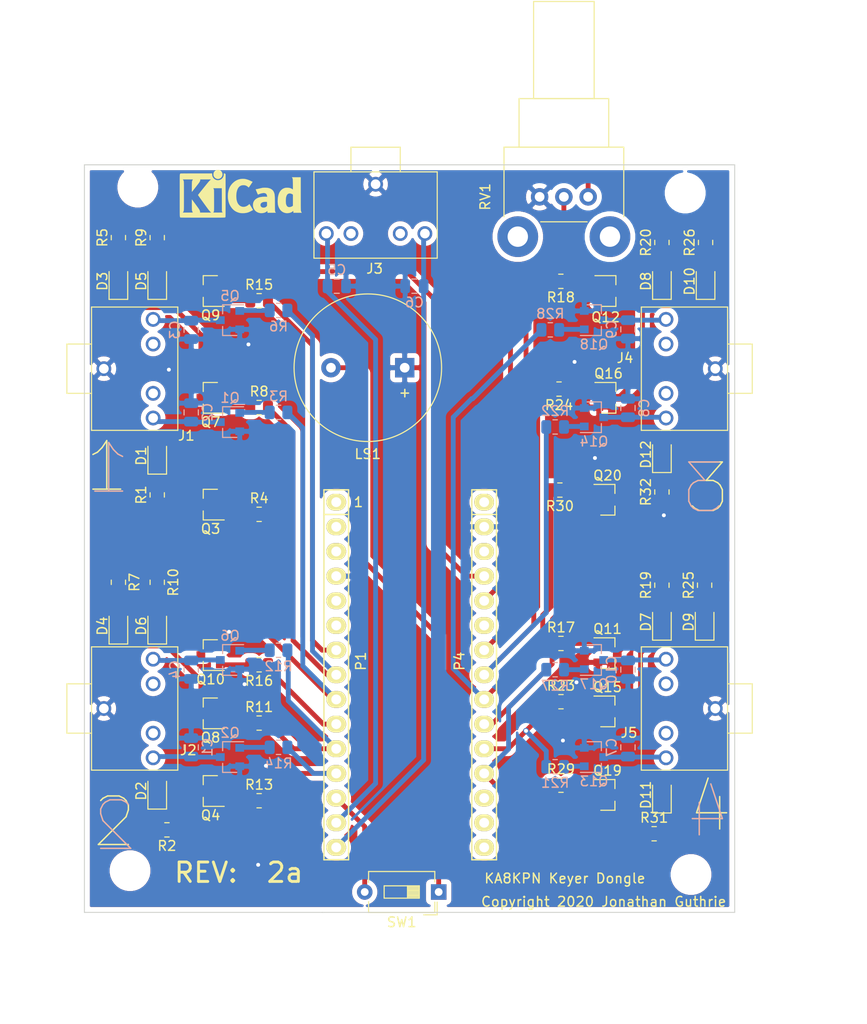
<source format=kicad_pcb>
(kicad_pcb (version 20171130) (host pcbnew 5.1.9+dfsg1-1)
  (title_block (date "jeu. 02 avril 2015"))
  (layers (0 F.Cu signal) (31 B.Cu signal) (34 B.Paste user) (35 F.Paste user) (36 B.SilkS user) (37 F.SilkS user) (38 B.Mask user) (39 F.Mask user) (44 Edge.Cuts user))
  (net 0 "")
  (net 1 "/1(Tx)")
  (net 2 "/0(Rx)")
  (net 3 GND)
  (net 4 /2)
  (net 5 "/3(**)")
  (net 6 /4)
  (net 7 "/5(**)")
  (net 8 "/6(**)")
  (net 9 /7)
  (net 10 /8)
  (net 11 "/9(**)")
  (net 12 "/10(**/SS)")
  (net 13 /Vin)
  (net 14 +5V)
  (net 15 /A7)
  (net 16 /A6)
  (net 17 /A2)
  (net 18 /A1)
  (net 19 /A0)
  (net 20 /AREF)
  (net 21 "/13(SCK)")
  (net 22 +3V3)
  (net 23 "/11(**/MOSI)")
  (net 24 "/12(MISO)")
  (net 25 "Net-(C1-Pad1)")
  (net 26 "Net-(C2-Pad1)")
  (net 27 "Net-(C3-Pad1)")
  (net 28 "Net-(C4-Pad1)")
  (net 29 "Net-(D1-Pad1)")
  (net 30 "Net-(D2-Pad1)")
  (net 31 "Net-(D3-Pad2)")
  (net 32 "Net-(D3-Pad1)")
  (net 33 "Net-(D4-Pad2)")
  (net 34 "Net-(D4-Pad1)")
  (net 35 "Net-(D5-Pad2)")
  (net 36 "Net-(D5-Pad1)")
  (net 37 "Net-(D6-Pad2)")
  (net 38 "Net-(D6-Pad1)")
  (net 39 "Net-(J1-PadSN)")
  (net 40 "Net-(J1-PadTN)")
  (net 41 "Net-(J2-PadSN)")
  (net 42 "Net-(J2-PadTN)")
  (net 43 "Net-(J3-PadSN)")
  (net 44 "Net-(J3-PadTN)")
  (net 45 "Net-(Q1-Pad1)")
  (net 46 "Net-(Q2-Pad1)")
  (net 47 "Net-(Q3-Pad1)")
  (net 48 "Net-(Q4-Pad1)")
  (net 49 "Net-(Q5-Pad1)")
  (net 50 "Net-(Q6-Pad1)")
  (net 51 "Net-(Q7-Pad1)")
  (net 52 "Net-(Q8-Pad1)")
  (net 53 "Net-(Q9-Pad1)")
  (net 54 "Net-(Q10-Pad1)")
  (net 55 "Net-(Q3-Pad3)")
  (net 56 "Net-(Q4-Pad3)")
  (net 57 "Net-(C7-Pad2)")
  (net 58 "Net-(C8-Pad1)")
  (net 59 "Net-(C9-Pad1)")
  (net 60 "Net-(C10-Pad1)")
  (net 61 "Net-(D7-Pad2)")
  (net 62 "Net-(D7-Pad1)")
  (net 63 "Net-(D8-Pad2)")
  (net 64 "Net-(D8-Pad1)")
  (net 65 "Net-(D9-Pad2)")
  (net 66 "Net-(D9-Pad1)")
  (net 67 "Net-(D10-Pad2)")
  (net 68 "Net-(D10-Pad1)")
  (net 69 "Net-(D11-Pad1)")
  (net 70 "Net-(D12-Pad1)")
  (net 71 "Net-(J4-PadSN)")
  (net 72 "Net-(J4-PadTN)")
  (net 73 "Net-(J5-PadSN)")
  (net 74 "Net-(J5-PadTN)")
  (net 75 /A5)
  (net 76 /A4)
  (net 77 /A3)
  (net 78 "Net-(Q11-Pad1)")
  (net 79 "Net-(Q12-Pad1)")
  (net 80 "Net-(Q13-Pad1)")
  (net 81 "Net-(Q14-Pad1)")
  (net 82 "Net-(Q15-Pad1)")
  (net 83 "Net-(Q16-Pad1)")
  (net 84 "Net-(Q17-Pad1)")
  (net 85 "Net-(Q18-Pad1)")
  (net 86 "Net-(Q19-Pad1)")
  (net 87 "Net-(Q20-Pad1)")
  (net 88 "Net-(Q19-Pad3)")
  (net 89 "Net-(Q20-Pad3)")
  (net 90 "Net-(P1-Pad3)")
  (net 91 "Net-(P4-Pad3)")
  (net 92 "Net-(LS1-Pad2)")
  (module Buzzer_Beeper:Buzzer_15x7.5RM7.6 (layer F.Cu) (at 146.5 57.4 180)
    (fp_text reference LS1 (at 3.81 -8.89) (layer F.SilkS))
    (fp_text value Speaker_Crystal)
    (fp_text user + (at -0.01 -2.54) (layer F.SilkS))
    (pad 2 thru_hole circle (at 7.6 0 180) (size 2 2) (drill 1) (layers *.Cu *.Mask) (net 92 "Net-(LS1-Pad2)"))
    (pad 1 thru_hole rect (at 0 0 180) (size 2 2) (drill 1) (layers *.Cu *.Mask) (net 3 GND))
  )
  (module LED_SMD:LED_0805_2012Metric_Pad1.15x1.40mm_HandSolder (layer F.Cu) (at 173 66.3375 90)
    (fp_text reference D12 (at 0 -1.65 90) (layer F.SilkS))
    (fp_text value YELLOW)
    (pad 2 smd roundrect (at 1.025 0 90) (size 1.15 1.4) (layers F.Cu F.Paste F.Mask) (roundrect_rratio 0.217391) (net 14 +5V))
    (pad 1 smd roundrect (at -1.025 0 90) (size 1.15 1.4) (layers F.Cu F.Paste F.Mask) (roundrect_rratio 0.217391) (net 70 "Net-(D12-Pad1)"))
  )
  (module LED_SMD:LED_0805_2012Metric_Pad1.15x1.40mm_HandSolder (layer F.Cu) (at 173 101.4 90)
    (fp_text reference D11 (at 0 -1.65 90) (layer F.SilkS))
    (fp_text value YELLOW)
    (pad 2 smd roundrect (at 1.025 0 90) (size 1.15 1.4) (layers F.Cu F.Paste F.Mask) (roundrect_rratio 0.217391) (net 14 +5V))
    (pad 1 smd roundrect (at -1.025 0 90) (size 1.15 1.4) (layers F.Cu F.Paste F.Mask) (roundrect_rratio 0.217391) (net 69 "Net-(D11-Pad1)"))
  )
  (module LED_SMD:LED_0805_2012Metric_Pad1.15x1.40mm_HandSolder (layer F.Cu) (at 177.5 48.5 90)
    (fp_text reference D10 (at 0 -1.65 90) (layer F.SilkS))
    (fp_text value RED)
    (pad 2 smd roundrect (at 1.025 0 90) (size 1.15 1.4) (layers F.Cu F.Paste F.Mask) (roundrect_rratio 0.217391) (net 67 "Net-(D10-Pad2)"))
    (pad 1 smd roundrect (at -1.025 0 90) (size 1.15 1.4) (layers F.Cu F.Paste F.Mask) (roundrect_rratio 0.217391) (net 68 "Net-(D10-Pad1)"))
  )
  (module LED_SMD:LED_0805_2012Metric_Pad1.15x1.40mm_HandSolder (layer F.Cu) (at 177.4 83.6 90)
    (fp_text reference D9 (at 0 -1.65 90) (layer F.SilkS))
    (fp_text value RED)
    (pad 2 smd roundrect (at 1.025 0 90) (size 1.15 1.4) (layers F.Cu F.Paste F.Mask) (roundrect_rratio 0.217391) (net 65 "Net-(D9-Pad2)"))
    (pad 1 smd roundrect (at -1.025 0 90) (size 1.15 1.4) (layers F.Cu F.Paste F.Mask) (roundrect_rratio 0.217391) (net 66 "Net-(D9-Pad1)"))
  )
  (module LED_SMD:LED_0805_2012Metric_Pad1.15x1.40mm_HandSolder (layer F.Cu) (at 173 48.5 90)
    (fp_text reference D8 (at 0 -1.65 90) (layer F.SilkS))
    (fp_text value BLUE)
    (pad 2 smd roundrect (at 1.025 0 90) (size 1.15 1.4) (layers F.Cu F.Paste F.Mask) (roundrect_rratio 0.217391) (net 63 "Net-(D8-Pad2)"))
    (pad 1 smd roundrect (at -1.025 0 90) (size 1.15 1.4) (layers F.Cu F.Paste F.Mask) (roundrect_rratio 0.217391) (net 64 "Net-(D8-Pad1)"))
  )
  (module LED_SMD:LED_0805_2012Metric_Pad1.15x1.40mm_HandSolder (layer F.Cu) (at 173 83.6 90)
    (fp_text reference D7 (at 0 -1.65 90) (layer F.SilkS))
    (fp_text value BLUE)
    (pad 2 smd roundrect (at 1.025 0 90) (size 1.15 1.4) (layers F.Cu F.Paste F.Mask) (roundrect_rratio 0.217391) (net 61 "Net-(D7-Pad2)"))
    (pad 1 smd roundrect (at -1.025 0 90) (size 1.15 1.4) (layers F.Cu F.Paste F.Mask) (roundrect_rratio 0.217391) (net 62 "Net-(D7-Pad1)"))
  )
  (module LED_SMD:LED_0805_2012Metric_Pad1.15x1.40mm_HandSolder (layer F.Cu) (at 121 84 90)
    (fp_text reference D6 (at 0 -1.65 90) (layer F.SilkS))
    (fp_text value BLUE)
    (pad 2 smd roundrect (at 1.025 0 90) (size 1.15 1.4) (layers F.Cu F.Paste F.Mask) (roundrect_rratio 0.217391) (net 37 "Net-(D6-Pad2)"))
    (pad 1 smd roundrect (at -1.025 0 90) (size 1.15 1.4) (layers F.Cu F.Paste F.Mask) (roundrect_rratio 0.217391) (net 38 "Net-(D6-Pad1)"))
  )
  (module LED_SMD:LED_0805_2012Metric_Pad1.15x1.40mm_HandSolder (layer F.Cu) (at 121 48.5 90)
    (fp_text reference D5 (at 0 -1.65 90) (layer F.SilkS))
    (fp_text value BLUE)
    (pad 2 smd roundrect (at 1.025 0 90) (size 1.15 1.4) (layers F.Cu F.Paste F.Mask) (roundrect_rratio 0.217391) (net 35 "Net-(D5-Pad2)"))
    (pad 1 smd roundrect (at -1.025 0 90) (size 1.15 1.4) (layers F.Cu F.Paste F.Mask) (roundrect_rratio 0.217391) (net 36 "Net-(D5-Pad1)"))
  )
  (module LED_SMD:LED_0805_2012Metric_Pad1.15x1.40mm_HandSolder (layer F.Cu) (at 117 84 90)
    (fp_text reference D4 (at 0 -1.65 90) (layer F.SilkS))
    (fp_text value RED)
    (pad 2 smd roundrect (at 1.025 0 90) (size 1.15 1.4) (layers F.Cu F.Paste F.Mask) (roundrect_rratio 0.217391) (net 33 "Net-(D4-Pad2)"))
    (pad 1 smd roundrect (at -1.025 0 90) (size 1.15 1.4) (layers F.Cu F.Paste F.Mask) (roundrect_rratio 0.217391) (net 34 "Net-(D4-Pad1)"))
  )
  (module LED_SMD:LED_0805_2012Metric_Pad1.15x1.40mm_HandSolder (layer F.Cu) (at 117 48.5 90)
    (fp_text reference D3 (at 0 -1.65 90) (layer F.SilkS))
    (fp_text value RED)
    (pad 2 smd roundrect (at 1.025 0 90) (size 1.15 1.4) (layers F.Cu F.Paste F.Mask) (roundrect_rratio 0.217391) (net 31 "Net-(D3-Pad2)"))
    (pad 1 smd roundrect (at -1.025 0 90) (size 1.15 1.4) (layers F.Cu F.Paste F.Mask) (roundrect_rratio 0.217391) (net 32 "Net-(D3-Pad1)"))
  )
  (module LED_SMD:LED_0805_2012Metric_Pad1.15x1.40mm_HandSolder (layer F.Cu) (at 121 101 90)
    (fp_text reference D2 (at 0 -1.65 90) (layer F.SilkS))
    (fp_text value YELLOW)
    (pad 2 smd roundrect (at 1.025 0 90) (size 1.15 1.4) (layers F.Cu F.Paste F.Mask) (roundrect_rratio 0.217391) (net 14 +5V))
    (pad 1 smd roundrect (at -1.025 0 90) (size 1.15 1.4) (layers F.Cu F.Paste F.Mask) (roundrect_rratio 0.217391) (net 30 "Net-(D2-Pad1)"))
  )
  (module LED_SMD:LED_0805_2012Metric_Pad1.15x1.40mm_HandSolder (layer F.Cu) (at 121 66.5 90)
    (fp_text reference D1 (at 0 -1.65 90) (layer F.SilkS))
    (fp_text value YELLOW)
    (pad 2 smd roundrect (at 1.025 0 90) (size 1.15 1.4) (layers F.Cu F.Paste F.Mask) (roundrect_rratio 0.217391) (net 14 +5V))
    (pad 1 smd roundrect (at -1.025 0 90) (size 1.15 1.4) (layers F.Cu F.Paste F.Mask) (roundrect_rratio 0.217391) (net 29 "Net-(D1-Pad1)"))
  )
  (module MountingHole:MountingHole_3.2mm_M3 (layer F.Cu) (at 119 38.8)
    (fp_text reference REF** hide)
    (fp_text value MountingHole_3.2mm_M3)
    (pad 1 np_thru_hole circle (at 0 0) (size 3.2 3.2) (drill 3.2) (layers *.Cu *.Mask))
  )
  (module MountingHole:MountingHole_3.2mm_M3 (layer F.Cu) (at 118.2 109.2)
    (fp_text reference REF** hide)
    (fp_text value MountingHole_3.2mm_M3)
    (pad 1 np_thru_hole circle (at 0 0) (size 3.2 3.2) (drill 3.2) (layers *.Cu *.Mask))
  )
  (module MountingHole:MountingHole_3.2mm_M3 (layer F.Cu) (at 176 109.6)
    (fp_text reference REF** hide)
    (fp_text value MountingHole_3.2mm_M3)
    (pad 1 np_thru_hole circle (at 0 0) (size 3.2 3.2) (drill 3.2) (layers *.Cu *.Mask))
  )
  (module MountingHole:MountingHole_3.2mm_M3 (layer F.Cu) (at 175.4 39.4)
    (fp_text reference REF** hide)
    (fp_text value MountingHole_3.2mm_M3)
    (pad 1 np_thru_hole circle (at 0 0) (size 3.2 3.2) (drill 3.2) (layers *.Cu *.Mask))
  )
  (module Button_Switch_THT:SW_DIP_SPSTx01_Slide_6.7x4.1mm_W7.62mm_P2.54mm_LowProfile (layer F.Cu) (at 150 111.4 180)
    (fp_text reference SW1 (at 3.81 -3.11) (layer F.SilkS))
    (fp_text value SW_DIP_x01)
    (pad 2 thru_hole oval (at 7.62 0 180) (size 1.6 1.6) (drill 0.8) (layers *.Cu *.Mask) (net 12 "/10(**/SS)"))
    (pad 1 thru_hole rect (at 0 0 180) (size 1.6 1.6) (drill 0.8) (layers *.Cu *.Mask) (net 92 "Net-(LS1-Pad2)"))
  )
  (module Potentiometer_THT:Potentiometer_Alps_RK09L_Single_Horizontal (layer F.Cu) (at 165.4 39.8 90)
    (fp_text reference RV1 (at 0 -10.6 90) (layer F.SilkS))
    (fp_text value R_POT)
    (pad "" thru_hole circle (at -4.1 2.25 90) (size 4.2 4.2) (drill 2.1) (layers *.Cu *.Mask))
    (pad "" thru_hole circle (at -4.1 -7.25 90) (size 4.2 4.2) (drill 2.1) (layers *.Cu *.Mask))
    (pad 1 thru_hole circle (at 0 0 90) (size 1.8 1.8) (drill 1) (layers *.Cu *.Mask) (net 14 +5V))
    (pad 2 thru_hole circle (at 0 -2.5 90) (size 1.8 1.8) (drill 1) (layers *.Cu *.Mask) (net 15 /A7))
    (pad 3 thru_hole circle (at 0 -5 90) (size 1.8 1.8) (drill 1) (layers *.Cu *.Mask) (net 3 GND))
  )
  (module Symbol:Symbol_CC-ShareAlike_CopperTop_Small (layer F.Cu) (at 162 105.4)
    (fp_text reference REF** hide)
    (fp_text value Symbol_CC-ShareAlike_CopperTop_Small)
    (fp_line (start 0.59944 -2.4003) (end 0 -2.49936) (layer F.Cu) (width 0.381))
    (fp_line (start 1.00076 -2.30124) (end 0.59944 -2.4003) (layer F.Cu) (width 0.381))
    (fp_line (start 1.50114 -1.99898) (end 1.00076 -2.30124) (layer F.Cu) (width 0.381))
    (fp_line (start 1.99898 -1.50114) (end 1.50114 -1.99898) (layer F.Cu) (width 0.381))
    (fp_line (start 2.30124 -1.00076) (end 1.99898 -1.50114) (layer F.Cu) (width 0.381))
    (fp_line (start 2.49936 -0.39878) (end 2.30124 -1.00076) (layer F.Cu) (width 0.381))
    (fp_line (start 2.49936 0.20066) (end 2.49936 -0.39878) (layer F.Cu) (width 0.381))
    (fp_line (start 2.4003 0.8001) (end 2.49936 0.20066) (layer F.Cu) (width 0.381))
    (fp_line (start 1.99898 1.50114) (end 2.4003 0.8001) (layer F.Cu) (width 0.381))
    (fp_line (start 1.50114 1.99898) (end 1.99898 1.50114) (layer F.Cu) (width 0.381))
    (fp_line (start 0.89916 2.30124) (end 1.50114 1.99898) (layer F.Cu) (width 0.381))
    (fp_line (start 0.29972 2.49936) (end 0.89916 2.30124) (layer F.Cu) (width 0.381))
    (fp_line (start -0.50038 2.49936) (end 0.29972 2.49936) (layer F.Cu) (width 0.381))
    (fp_line (start -1.19888 2.19964) (end -0.50038 2.49936) (layer F.Cu) (width 0.381))
    (fp_line (start -1.69926 1.80086) (end -1.19888 2.19964) (layer F.Cu) (width 0.381))
    (fp_line (start -2.30124 1.09982) (end -1.69926 1.80086) (layer F.Cu) (width 0.381))
    (fp_line (start -2.49936 0.29972) (end -2.30124 1.09982) (layer F.Cu) (width 0.381))
    (fp_line (start -2.49936 -0.29972) (end -2.49936 0.29972) (layer F.Cu) (width 0.381))
    (fp_line (start -2.4003 -0.8001) (end -2.49936 -0.29972) (layer F.Cu) (width 0.381))
    (fp_line (start -2.19964 -1.19888) (end -2.4003 -0.8001) (layer F.Cu) (width 0.381))
    (fp_line (start -1.69926 -1.80086) (end -2.19964 -1.19888) (layer F.Cu) (width 0.381))
    (fp_line (start -1.19888 -2.19964) (end -1.69926 -1.80086) (layer F.Cu) (width 0.381))
    (fp_line (start -0.70104 -2.4003) (end -1.19888 -2.19964) (layer F.Cu) (width 0.381))
    (fp_line (start -0.09906 -2.49936) (end -0.70104 -2.4003) (layer F.Cu) (width 0.381))
    (fp_line (start 0 -2.49936) (end -0.09906 -2.49936) (layer F.Cu) (width 0.381))
    (fp_line (start -0.50038 -1.50114) (end -1.00076 -1.30048) (layer F.Cu) (width 0.381))
    (fp_line (start -0.09906 -1.6002) (end -0.50038 -1.50114) (layer F.Cu) (width 0.381))
    (fp_line (start 0.29972 -1.6002) (end -0.09906 -1.6002) (layer F.Cu) (width 0.381))
    (fp_line (start 0.89916 -1.30048) (end 0.29972 -1.6002) (layer F.Cu) (width 0.381))
    (fp_line (start 1.19888 -1.00076) (end 0.89916 -1.30048) (layer F.Cu) (width 0.381))
    (fp_line (start 1.50114 -0.50038) (end 1.19888 -1.00076) (layer F.Cu) (width 0.381))
    (fp_line (start 1.6002 0) (end 1.50114 -0.50038) (layer F.Cu) (width 0.381))
    (fp_line (start 1.6002 0.39878) (end 1.6002 0) (layer F.Cu) (width 0.381))
    (fp_line (start 1.30048 0.89916) (end 1.6002 0.39878) (layer F.Cu) (width 0.381))
    (fp_line (start 0.89916 1.30048) (end 1.30048 0.89916) (layer F.Cu) (width 0.381))
    (fp_line (start 0.39878 1.50114) (end 0.89916 1.30048) (layer F.Cu) (width 0.381))
    (fp_line (start -0.09906 1.6002) (end 0.39878 1.50114) (layer F.Cu) (width 0.381))
    (fp_line (start -0.59944 1.50114) (end -0.09906 1.6002) (layer F.Cu) (width 0.381))
    (fp_line (start -1.09982 1.19888) (end -0.59944 1.50114) (layer F.Cu) (width 0.381))
  )
  (module Symbol:KiCad-Logo_5mm_SilkScreen (layer F.Cu) (at 129.6 40)
    (fp_text reference REF** hide)
    (fp_text value KiCad-Logo_5mm_SilkScreen hide)
  )
  (module Resistor_SMD:R_0805_2012Metric (layer F.Cu) (at 173 70.2 90)
    (fp_text reference R32 (at 0 -1.65 90) (layer F.SilkS))
    (fp_text value 150)
    (pad 2 smd roundrect (at 0.9125 0 90) (size 1.025 1.4) (layers F.Cu F.Paste F.Mask) (roundrect_rratio 0.243902) (net 70 "Net-(D12-Pad1)"))
    (pad 1 smd roundrect (at -0.9125 0 90) (size 1.025 1.4) (layers F.Cu F.Paste F.Mask) (roundrect_rratio 0.243902) (net 89 "Net-(Q20-Pad3)"))
  )
  (module Resistor_SMD:R_0805_2012Metric (layer F.Cu) (at 172.2 105.4)
    (fp_text reference R31 (at 0 -1.65) (layer F.SilkS))
    (fp_text value 150)
    (pad 2 smd roundrect (at 0.9125 0) (size 1.025 1.4) (layers F.Cu F.Paste F.Mask) (roundrect_rratio 0.243902) (net 69 "Net-(D11-Pad1)"))
    (pad 1 smd roundrect (at -0.9125 0) (size 1.025 1.4) (layers F.Cu F.Paste F.Mask) (roundrect_rratio 0.243902) (net 88 "Net-(Q19-Pad3)"))
  )
  (module Resistor_SMD:R_0805_2012Metric (layer F.Cu) (at 162.4875 70 180)
    (fp_text reference R30 (at 0 -1.65) (layer F.SilkS))
    (fp_text value 3K)
    (pad 2 smd roundrect (at 0.9125 0 180) (size 1.025 1.4) (layers F.Cu F.Paste F.Mask) (roundrect_rratio 0.243902) (net 77 /A3))
    (pad 1 smd roundrect (at -0.9125 0 180) (size 1.025 1.4) (layers F.Cu F.Paste F.Mask) (roundrect_rratio 0.243902) (net 87 "Net-(Q20-Pad1)"))
  )
  (module Resistor_SMD:R_0805_2012Metric (layer F.Cu) (at 162.6 100.4)
    (fp_text reference R29 (at 0 -1.65) (layer F.SilkS))
    (fp_text value 3K)
    (pad 2 smd roundrect (at 0.9125 0) (size 1.025 1.4) (layers F.Cu F.Paste F.Mask) (roundrect_rratio 0.243902) (net 86 "Net-(Q19-Pad1)"))
    (pad 1 smd roundrect (at -0.9125 0) (size 1.025 1.4) (layers F.Cu F.Paste F.Mask) (roundrect_rratio 0.243902) (net 19 /A0))
  )
  (module Resistor_SMD:R_0805_2012Metric (layer B.Cu) (at 161.5 53.5 180)
    (fp_text reference R28 (at 0 1.65) (layer B.SilkS) (effects (justify mirror)))
    (fp_text value 100)
    (pad 2 smd roundrect (at 0.9125 0 180) (size 1.025 1.4) (layers B.Cu B.Paste B.Mask) (roundrect_rratio 0.243902) (net 77 /A3))
    (pad 1 smd roundrect (at -0.9125 0 180) (size 1.025 1.4) (layers B.Cu B.Paste B.Mask) (roundrect_rratio 0.243902) (net 85 "Net-(Q18-Pad1)"))
  )
  (module Resistor_SMD:R_0805_2012Metric (layer B.Cu) (at 162 88.5)
    (fp_text reference R27 (at 0 1.65) (layer B.SilkS) (effects (justify mirror)))
    (fp_text value 100)
    (pad 2 smd roundrect (at 0.9125 0) (size 1.025 1.4) (layers B.Cu B.Paste B.Mask) (roundrect_rratio 0.243902) (net 84 "Net-(Q17-Pad1)"))
    (pad 1 smd roundrect (at -0.9125 0) (size 1.025 1.4) (layers B.Cu B.Paste B.Mask) (roundrect_rratio 0.243902) (net 19 /A0))
  )
  (module Resistor_SMD:R_0805_2012Metric (layer F.Cu) (at 177.5 44.5 90)
    (fp_text reference R26 (at 0 -1.65 90) (layer F.SilkS))
    (fp_text value 150)
    (pad 2 smd roundrect (at 0.9125 0 90) (size 1.025 1.4) (layers F.Cu F.Paste F.Mask) (roundrect_rratio 0.243902) (net 14 +5V))
    (pad 1 smd roundrect (at -0.9125 0 90) (size 1.025 1.4) (layers F.Cu F.Paste F.Mask) (roundrect_rratio 0.243902) (net 67 "Net-(D10-Pad2)"))
  )
  (module Resistor_SMD:R_0805_2012Metric (layer F.Cu) (at 177.4 79.8 90)
    (fp_text reference R25 (at 0 -1.65 90) (layer F.SilkS))
    (fp_text value 150)
    (pad 2 smd roundrect (at 0.9125 0 90) (size 1.025 1.4) (layers F.Cu F.Paste F.Mask) (roundrect_rratio 0.243902) (net 14 +5V))
    (pad 1 smd roundrect (at -0.9125 0 90) (size 1.025 1.4) (layers F.Cu F.Paste F.Mask) (roundrect_rratio 0.243902) (net 65 "Net-(D9-Pad2)"))
  )
  (module Resistor_SMD:R_0805_2012Metric (layer F.Cu) (at 162.4 59.6 180)
    (fp_text reference R24 (at 0 -1.65) (layer F.SilkS))
    (fp_text value 3K)
    (pad 2 smd roundrect (at 0.9125 0 180) (size 1.025 1.4) (layers F.Cu F.Paste F.Mask) (roundrect_rratio 0.243902) (net 76 /A4))
    (pad 1 smd roundrect (at -0.9125 0 180) (size 1.025 1.4) (layers F.Cu F.Paste F.Mask) (roundrect_rratio 0.243902) (net 83 "Net-(Q16-Pad1)"))
  )
  (module Resistor_SMD:R_0805_2012Metric (layer F.Cu) (at 162.6 91.8)
    (fp_text reference R23 (at 0 -1.65) (layer F.SilkS))
    (fp_text value 3K)
    (pad 2 smd roundrect (at 0.9125 0) (size 1.025 1.4) (layers F.Cu F.Paste F.Mask) (roundrect_rratio 0.243902) (net 82 "Net-(Q15-Pad1)"))
    (pad 1 smd roundrect (at -0.9125 0) (size 1.025 1.4) (layers F.Cu F.Paste F.Mask) (roundrect_rratio 0.243902) (net 18 /A1))
  )
  (module Resistor_SMD:R_0805_2012Metric (layer B.Cu) (at 162 63.5 180)
    (fp_text reference R22 (at 0 1.65) (layer B.SilkS) (effects (justify mirror)))
    (fp_text value 100)
    (pad 2 smd roundrect (at 0.9125 0 180) (size 1.025 1.4) (layers B.Cu B.Paste B.Mask) (roundrect_rratio 0.243902) (net 76 /A4))
    (pad 1 smd roundrect (at -0.9125 0 180) (size 1.025 1.4) (layers B.Cu B.Paste B.Mask) (roundrect_rratio 0.243902) (net 81 "Net-(Q14-Pad1)"))
  )
  (module Resistor_SMD:R_0805_2012Metric (layer B.Cu) (at 162 98.5)
    (fp_text reference R21 (at 0 1.65) (layer B.SilkS) (effects (justify mirror)))
    (fp_text value 100)
    (pad 2 smd roundrect (at 0.9125 0) (size 1.025 1.4) (layers B.Cu B.Paste B.Mask) (roundrect_rratio 0.243902) (net 80 "Net-(Q13-Pad1)"))
    (pad 1 smd roundrect (at -0.9125 0) (size 1.025 1.4) (layers B.Cu B.Paste B.Mask) (roundrect_rratio 0.243902) (net 18 /A1))
  )
  (module Resistor_SMD:R_0805_2012Metric (layer F.Cu) (at 173 44.5 90)
    (fp_text reference R20 (at 0 -1.65 90) (layer F.SilkS))
    (fp_text value 100)
    (pad 2 smd roundrect (at 0.9125 0 90) (size 1.025 1.4) (layers F.Cu F.Paste F.Mask) (roundrect_rratio 0.243902) (net 14 +5V))
    (pad 1 smd roundrect (at -0.9125 0 90) (size 1.025 1.4) (layers F.Cu F.Paste F.Mask) (roundrect_rratio 0.243902) (net 63 "Net-(D8-Pad2)"))
  )
  (module Resistor_SMD:R_0805_2012Metric (layer F.Cu) (at 173 79.8 90)
    (fp_text reference R19 (at 0 -1.65 90) (layer F.SilkS))
    (fp_text value 100)
    (pad 2 smd roundrect (at 0.9125 0 90) (size 1.025 1.4) (layers F.Cu F.Paste F.Mask) (roundrect_rratio 0.243902) (net 14 +5V))
    (pad 1 smd roundrect (at -0.9125 0 90) (size 1.025 1.4) (layers F.Cu F.Paste F.Mask) (roundrect_rratio 0.243902) (net 61 "Net-(D7-Pad2)"))
  )
  (module Resistor_SMD:R_0805_2012Metric (layer F.Cu) (at 162.5875 48.5 180)
    (fp_text reference R18 (at 0 -1.65) (layer F.SilkS))
    (fp_text value 2.2K)
    (pad 2 smd roundrect (at 0.9125 0 180) (size 1.025 1.4) (layers F.Cu F.Paste F.Mask) (roundrect_rratio 0.243902) (net 75 /A5))
    (pad 1 smd roundrect (at -0.9125 0 180) (size 1.025 1.4) (layers F.Cu F.Paste F.Mask) (roundrect_rratio 0.243902) (net 79 "Net-(Q12-Pad1)"))
  )
  (module Resistor_SMD:R_0805_2012Metric (layer F.Cu) (at 162.6 85.8)
    (fp_text reference R17 (at 0 -1.65) (layer F.SilkS))
    (fp_text value 2.2K)
    (pad 2 smd roundrect (at 0.9125 0) (size 1.025 1.4) (layers F.Cu F.Paste F.Mask) (roundrect_rratio 0.243902) (net 78 "Net-(Q11-Pad1)"))
    (pad 1 smd roundrect (at -0.9125 0) (size 1.025 1.4) (layers F.Cu F.Paste F.Mask) (roundrect_rratio 0.243902) (net 17 /A2))
  )
  (module Package_TO_SOT_SMD:SOT-23 (layer F.Cu) (at 167.4 71)
    (fp_text reference Q20 (at 0 -2.5) (layer F.SilkS))
    (fp_text value MMBT3904)
    (pad 3 smd rect (at 1 0) (size 0.9 0.8) (layers F.Cu F.Paste F.Mask) (net 89 "Net-(Q20-Pad3)"))
    (pad 2 smd rect (at -1 0.95) (size 0.9 0.8) (layers F.Cu F.Paste F.Mask) (net 3 GND))
    (pad 1 smd rect (at -1 -0.95) (size 0.9 0.8) (layers F.Cu F.Paste F.Mask) (net 87 "Net-(Q20-Pad1)"))
  )
  (module Package_TO_SOT_SMD:SOT-23 (layer F.Cu) (at 167.4 101.4)
    (fp_text reference Q19 (at 0 -2.5) (layer F.SilkS))
    (fp_text value MMBT3904)
    (pad 3 smd rect (at 1 0) (size 0.9 0.8) (layers F.Cu F.Paste F.Mask) (net 88 "Net-(Q19-Pad3)"))
    (pad 2 smd rect (at -1 0.95) (size 0.9 0.8) (layers F.Cu F.Paste F.Mask) (net 3 GND))
    (pad 1 smd rect (at -1 -0.95) (size 0.9 0.8) (layers F.Cu F.Paste F.Mask) (net 86 "Net-(Q19-Pad1)"))
  )
  (module Package_TO_SOT_SMD:SOT-23 (layer B.Cu) (at 166 52.5)
    (fp_text reference Q18 (at 0 2.5) (layer B.SilkS) (effects (justify mirror)))
    (fp_text value MMBT3904)
    (pad 3 smd rect (at 1 0) (size 0.9 0.8) (layers B.Cu B.Paste B.Mask) (net 59 "Net-(C9-Pad1)"))
    (pad 2 smd rect (at -1 -0.95) (size 0.9 0.8) (layers B.Cu B.Paste B.Mask) (net 3 GND))
    (pad 1 smd rect (at -1 0.95) (size 0.9 0.8) (layers B.Cu B.Paste B.Mask) (net 85 "Net-(Q18-Pad1)"))
  )
  (module Package_TO_SOT_SMD:SOT-23 (layer B.Cu) (at 166 87.5)
    (fp_text reference Q17 (at 0 2.5) (layer B.SilkS) (effects (justify mirror)))
    (fp_text value MMBT3904)
    (pad 3 smd rect (at 1 0) (size 0.9 0.8) (layers B.Cu B.Paste B.Mask) (net 60 "Net-(C10-Pad1)"))
    (pad 2 smd rect (at -1 -0.95) (size 0.9 0.8) (layers B.Cu B.Paste B.Mask) (net 3 GND))
    (pad 1 smd rect (at -1 0.95) (size 0.9 0.8) (layers B.Cu B.Paste B.Mask) (net 84 "Net-(Q17-Pad1)"))
  )
  (module Package_TO_SOT_SMD:SOT-23 (layer F.Cu) (at 167.5 60.5)
    (fp_text reference Q16 (at 0 -2.5) (layer F.SilkS))
    (fp_text value MMBT3904)
    (pad 3 smd rect (at 1 0) (size 0.9 0.8) (layers F.Cu F.Paste F.Mask) (net 68 "Net-(D10-Pad1)"))
    (pad 2 smd rect (at -1 0.95) (size 0.9 0.8) (layers F.Cu F.Paste F.Mask) (net 3 GND))
    (pad 1 smd rect (at -1 -0.95) (size 0.9 0.8) (layers F.Cu F.Paste F.Mask) (net 83 "Net-(Q16-Pad1)"))
  )
  (module Package_TO_SOT_SMD:SOT-23 (layer F.Cu) (at 167.4 92.8)
    (fp_text reference Q15 (at 0 -2.5) (layer F.SilkS))
    (fp_text value MMBT3904)
    (pad 3 smd rect (at 1 0) (size 0.9 0.8) (layers F.Cu F.Paste F.Mask) (net 66 "Net-(D9-Pad1)"))
    (pad 2 smd rect (at -1 0.95) (size 0.9 0.8) (layers F.Cu F.Paste F.Mask) (net 3 GND))
    (pad 1 smd rect (at -1 -0.95) (size 0.9 0.8) (layers F.Cu F.Paste F.Mask) (net 82 "Net-(Q15-Pad1)"))
  )
  (module Package_TO_SOT_SMD:SOT-23 (layer B.Cu) (at 166 62.5)
    (fp_text reference Q14 (at 0 2.5) (layer B.SilkS) (effects (justify mirror)))
    (fp_text value MMBT3904)
    (pad 3 smd rect (at 1 0) (size 0.9 0.8) (layers B.Cu B.Paste B.Mask) (net 58 "Net-(C8-Pad1)"))
    (pad 2 smd rect (at -1 -0.95) (size 0.9 0.8) (layers B.Cu B.Paste B.Mask) (net 3 GND))
    (pad 1 smd rect (at -1 0.95) (size 0.9 0.8) (layers B.Cu B.Paste B.Mask) (net 81 "Net-(Q14-Pad1)"))
  )
  (module Package_TO_SOT_SMD:SOT-23 (layer B.Cu) (at 166 97.5)
    (fp_text reference Q13 (at 0 2.5) (layer B.SilkS) (effects (justify mirror)))
    (fp_text value MMBT3904)
    (pad 3 smd rect (at 1 0) (size 0.9 0.8) (layers B.Cu B.Paste B.Mask) (net 57 "Net-(C7-Pad2)"))
    (pad 2 smd rect (at -1 -0.95) (size 0.9 0.8) (layers B.Cu B.Paste B.Mask) (net 3 GND))
    (pad 1 smd rect (at -1 0.95) (size 0.9 0.8) (layers B.Cu B.Paste B.Mask) (net 80 "Net-(Q13-Pad1)"))
  )
  (module Package_TO_SOT_SMD:SOT-23 (layer F.Cu) (at 167.5 49.5)
    (fp_text reference Q12 (at -0.3 2.7) (layer F.SilkS))
    (fp_text value MMBT3904)
    (pad 3 smd rect (at 1 0) (size 0.9 0.8) (layers F.Cu F.Paste F.Mask) (net 64 "Net-(D8-Pad1)"))
    (pad 2 smd rect (at -1 0.95) (size 0.9 0.8) (layers F.Cu F.Paste F.Mask) (net 3 GND))
    (pad 1 smd rect (at -1 -0.95) (size 0.9 0.8) (layers F.Cu F.Paste F.Mask) (net 79 "Net-(Q12-Pad1)"))
  )
  (module Package_TO_SOT_SMD:SOT-23 (layer F.Cu) (at 167.4 86.8)
    (fp_text reference Q11 (at 0 -2.5) (layer F.SilkS))
    (fp_text value MMBT3904)
    (pad 3 smd rect (at 1 0) (size 0.9 0.8) (layers F.Cu F.Paste F.Mask) (net 62 "Net-(D7-Pad1)"))
    (pad 2 smd rect (at -1 0.95) (size 0.9 0.8) (layers F.Cu F.Paste F.Mask) (net 3 GND))
    (pad 1 smd rect (at -1 -0.95) (size 0.9 0.8) (layers F.Cu F.Paste F.Mask) (net 78 "Net-(Q11-Pad1)"))
  )
  (module dongle:Jack_3.5mm_PJ307_Horizontal (layer F.Cu) (at 178.5 92.5 180)
    (fp_text reference J5 (at 8.89 -2.5) (layer F.SilkS))
    (fp_text value AudioJack2_Ground_Switch)
    (pad S thru_hole circle (at 5.08 -5.08 180) (size 1.524 1.524) (drill 1) (layers *.Cu *.Mask) (net 57 "Net-(C7-Pad2)"))
    (pad SN thru_hole circle (at 5.08 -2.54 180) (size 1.524 1.524) (drill 1) (layers *.Cu *.Mask) (net 73 "Net-(J5-PadSN)"))
    (pad T thru_hole circle (at 5.08 5.08 180) (size 1.524 1.524) (drill 1) (layers *.Cu *.Mask) (net 60 "Net-(C10-Pad1)"))
    (pad TN thru_hole circle (at 5.08 2.54 180) (size 1.524 1.524) (drill 1) (layers *.Cu *.Mask) (net 74 "Net-(J5-PadTN)"))
    (pad G thru_hole circle (at 0 0 180) (size 1.524 1.524) (drill 1) (layers *.Cu *.Mask) (net 3 GND))
  )
  (module dongle:Jack_3.5mm_PJ307_Horizontal (layer F.Cu) (at 178.5 57.5 180)
    (fp_text reference J4 (at 9.3 1.1) (layer F.SilkS))
    (fp_text value AudioJack2_Ground_Switch)
    (pad S thru_hole circle (at 5.08 -5.08 180) (size 1.524 1.524) (drill 1) (layers *.Cu *.Mask) (net 58 "Net-(C8-Pad1)"))
    (pad SN thru_hole circle (at 5.08 -2.54 180) (size 1.524 1.524) (drill 1) (layers *.Cu *.Mask) (net 71 "Net-(J4-PadSN)"))
    (pad T thru_hole circle (at 5.08 5.08 180) (size 1.524 1.524) (drill 1) (layers *.Cu *.Mask) (net 59 "Net-(C9-Pad1)"))
    (pad TN thru_hole circle (at 5.08 2.54 180) (size 1.524 1.524) (drill 1) (layers *.Cu *.Mask) (net 72 "Net-(J4-PadTN)"))
    (pad G thru_hole circle (at 0 0 180) (size 1.524 1.524) (drill 1) (layers *.Cu *.Mask) (net 3 GND))
  )
  (module Capacitor_SMD:C_0805_2012Metric (layer B.Cu) (at 169.5 88.5 270)
    (fp_text reference C10 (at 0 1.68 90) (layer B.SilkS) (effects (justify mirror)))
    (fp_text value 0.01)
    (pad 2 smd roundrect (at 0.95 0 270) (size 1 1.45) (layers B.Cu B.Paste B.Mask) (net 3 GND))
    (pad 1 smd roundrect (at -0.95 0 270) (size 1 1.45) (layers B.Cu B.Paste B.Mask) (net 60 "Net-(C10-Pad1)"))
  )
  (module Capacitor_SMD:C_0805_2012Metric (layer B.Cu) (at 169.5 53.45 270)
    (fp_text reference C9 (at 0 1.68 90) (layer B.SilkS) (effects (justify mirror)))
    (fp_text value 0.01)
    (pad 2 smd roundrect (at 0.95 0 270) (size 1 1.45) (layers B.Cu B.Paste B.Mask) (net 3 GND))
    (pad 1 smd roundrect (at -0.95 0 270) (size 1 1.45) (layers B.Cu B.Paste B.Mask) (net 59 "Net-(C9-Pad1)"))
  )
  (module Capacitor_SMD:C_0805_2012Metric (layer B.Cu) (at 169.5 61.55 90)
    (fp_text reference C8 (at 0 1.68 90) (layer B.SilkS) (effects (justify mirror)))
    (fp_text value 0.01)
    (pad 2 smd roundrect (at 0.95 0 90) (size 1 1.45) (layers B.Cu B.Paste B.Mask) (net 3 GND))
    (pad 1 smd roundrect (at -0.95 0 90) (size 1 1.45) (layers B.Cu B.Paste B.Mask) (net 58 "Net-(C8-Pad1)"))
  )
  (module Capacitor_SMD:C_0805_2012Metric (layer B.Cu) (at 169.5 96.5 270)
    (fp_text reference C7 (at 0 1.68 90) (layer B.SilkS) (effects (justify mirror)))
    (fp_text value 0.01)
    (pad 2 smd roundrect (at 0.95 0 270) (size 1 1.45) (layers B.Cu B.Paste B.Mask) (net 57 "Net-(C7-Pad2)"))
    (pad 1 smd roundrect (at -0.95 0 270) (size 1 1.45) (layers B.Cu B.Paste B.Mask) (net 3 GND))
  )
  (module Package_TO_SOT_SMD:SOT-23 (layer F.Cu) (at 126.5 60.5 180)
    (fp_text reference Q7 (at 0 -2.5) (layer F.SilkS))
    (fp_text value MMBT3904)
    (pad 3 smd rect (at 1 0 180) (size 0.9 0.8) (layers F.Cu F.Paste F.Mask) (net 32 "Net-(D3-Pad1)"))
    (pad 2 smd rect (at -1 0.95 180) (size 0.9 0.8) (layers F.Cu F.Paste F.Mask) (net 3 GND))
    (pad 1 smd rect (at -1 -0.95 180) (size 0.9 0.8) (layers F.Cu F.Paste F.Mask) (net 51 "Net-(Q7-Pad1)"))
  )
  (module Capacitor_SMD:C_0805_2012Metric (layer B.Cu) (at 139.5 49 180)
    (fp_text reference C5 (at 0 1.68) (layer B.SilkS) (effects (justify mirror)))
    (fp_text value 0.01)
    (pad 2 smd roundrect (at 0.95 0 180) (size 1 1.45) (layers B.Cu B.Paste B.Mask) (net 23 "/11(**/MOSI)"))
    (pad 1 smd roundrect (at -0.95 0 180) (size 1 1.45) (layers B.Cu B.Paste B.Mask) (net 3 GND))
  )
  (module dongle:Jack_3.5mm_PJ307_Horizontal (layer F.Cu) (at 143.5 38.5 270)
    (fp_text reference J3 (at 8.7 0.1 180) (layer F.SilkS))
    (fp_text value AudioJack2_Ground_Switch)
    (pad S thru_hole circle (at 5.08 -5.08 270) (size 1.524 1.524) (drill 1) (layers *.Cu *.Mask) (net 24 "/12(MISO)"))
    (pad SN thru_hole circle (at 5.08 -2.54 270) (size 1.524 1.524) (drill 1) (layers *.Cu *.Mask) (net 43 "Net-(J3-PadSN)"))
    (pad T thru_hole circle (at 5.08 5.08 270) (size 1.524 1.524) (drill 1) (layers *.Cu *.Mask) (net 23 "/11(**/MOSI)"))
    (pad TN thru_hole circle (at 5.08 2.54 270) (size 1.524 1.524) (drill 1) (layers *.Cu *.Mask) (net 44 "Net-(J3-PadTN)"))
    (pad G thru_hole circle (at 0 0 270) (size 1.524 1.524) (drill 1) (layers *.Cu *.Mask) (net 3 GND))
  )
  (module Resistor_SMD:R_0805_2012Metric (layer B.Cu) (at 133.5 96.5)
    (fp_text reference R14 (at 0 1.65) (layer B.SilkS) (effects (justify mirror)))
    (fp_text value 100)
    (pad 2 smd roundrect (at 0.9125 0) (size 1.025 1.4) (layers B.Cu B.Paste B.Mask) (roundrect_rratio 0.243902) (net 11 "/9(**)"))
    (pad 1 smd roundrect (at -0.9125 0) (size 1.025 1.4) (layers B.Cu B.Paste B.Mask) (roundrect_rratio 0.243902) (net 46 "Net-(Q2-Pad1)"))
  )
  (module Resistor_SMD:R_0805_2012Metric (layer F.Cu) (at 131.5 88 180)
    (fp_text reference R16 (at 0 -1.65) (layer F.SilkS))
    (fp_text value 2.2K)
    (pad 2 smd roundrect (at 0.9125 0 180) (size 1.025 1.4) (layers F.Cu F.Paste F.Mask) (roundrect_rratio 0.243902) (net 54 "Net-(Q10-Pad1)"))
    (pad 1 smd roundrect (at -0.9125 0 180) (size 1.025 1.4) (layers F.Cu F.Paste F.Mask) (roundrect_rratio 0.243902) (net 9 /7))
  )
  (module Resistor_SMD:R_0805_2012Metric (layer F.Cu) (at 131.5 50.5)
    (fp_text reference R15 (at 0 -1.65) (layer F.SilkS))
    (fp_text value 2.2K)
    (pad 2 smd roundrect (at 0.9125 0) (size 1.025 1.4) (layers F.Cu F.Paste F.Mask) (roundrect_rratio 0.243902) (net 6 /4))
    (pad 1 smd roundrect (at -0.9125 0) (size 1.025 1.4) (layers F.Cu F.Paste F.Mask) (roundrect_rratio 0.243902) (net 53 "Net-(Q9-Pad1)"))
  )
  (module Resistor_SMD:R_0805_2012Metric (layer F.Cu) (at 131.5 102)
    (fp_text reference R13 (at 0 -1.65) (layer F.SilkS))
    (fp_text value 3K)
    (pad 2 smd roundrect (at 0.9125 0) (size 1.025 1.4) (layers F.Cu F.Paste F.Mask) (roundrect_rratio 0.243902) (net 11 "/9(**)"))
    (pad 1 smd roundrect (at -0.9125 0) (size 1.025 1.4) (layers F.Cu F.Paste F.Mask) (roundrect_rratio 0.243902) (net 48 "Net-(Q4-Pad1)"))
  )
  (module Resistor_SMD:R_0805_2012Metric (layer B.Cu) (at 133.5 86.5)
    (fp_text reference R12 (at 0 1.65) (layer B.SilkS) (effects (justify mirror)))
    (fp_text value 100)
    (pad 2 smd roundrect (at 0.9125 0) (size 1.025 1.4) (layers B.Cu B.Paste B.Mask) (roundrect_rratio 0.243902) (net 10 /8))
    (pad 1 smd roundrect (at -0.9125 0) (size 1.025 1.4) (layers B.Cu B.Paste B.Mask) (roundrect_rratio 0.243902) (net 50 "Net-(Q6-Pad1)"))
  )
  (module Resistor_SMD:R_0805_2012Metric (layer F.Cu) (at 131.5 94)
    (fp_text reference R11 (at 0 -1.65) (layer F.SilkS))
    (fp_text value 3K)
    (pad 2 smd roundrect (at 0.9125 0) (size 1.025 1.4) (layers F.Cu F.Paste F.Mask) (roundrect_rratio 0.243902) (net 10 /8))
    (pad 1 smd roundrect (at -0.9125 0) (size 1.025 1.4) (layers F.Cu F.Paste F.Mask) (roundrect_rratio 0.243902) (net 52 "Net-(Q8-Pad1)"))
  )
  (module Resistor_SMD:R_0805_2012Metric (layer F.Cu) (at 121 79.5 270)
    (fp_text reference R10 (at 0 -1.65 90) (layer F.SilkS))
    (fp_text value 100)
    (pad 2 smd roundrect (at 0.9125 0 270) (size 1.025 1.4) (layers F.Cu F.Paste F.Mask) (roundrect_rratio 0.243902) (net 37 "Net-(D6-Pad2)"))
    (pad 1 smd roundrect (at -0.9125 0 270) (size 1.025 1.4) (layers F.Cu F.Paste F.Mask) (roundrect_rratio 0.243902) (net 14 +5V))
  )
  (module Resistor_SMD:R_0805_2012Metric (layer F.Cu) (at 121 44 90)
    (fp_text reference R9 (at 0 -1.65 90) (layer F.SilkS))
    (fp_text value 100)
    (pad 2 smd roundrect (at 0.9125 0 90) (size 1.025 1.4) (layers F.Cu F.Paste F.Mask) (roundrect_rratio 0.243902) (net 14 +5V))
    (pad 1 smd roundrect (at -0.9125 0 90) (size 1.025 1.4) (layers F.Cu F.Paste F.Mask) (roundrect_rratio 0.243902) (net 35 "Net-(D5-Pad2)"))
  )
  (module Resistor_SMD:R_0805_2012Metric (layer F.Cu) (at 131.5 61.5)
    (fp_text reference R8 (at 0 -1.65) (layer F.SilkS))
    (fp_text value 3K)
    (pad 2 smd roundrect (at 0.9125 0) (size 1.025 1.4) (layers F.Cu F.Paste F.Mask) (roundrect_rratio 0.243902) (net 7 "/5(**)"))
    (pad 1 smd roundrect (at -0.9125 0) (size 1.025 1.4) (layers F.Cu F.Paste F.Mask) (roundrect_rratio 0.243902) (net 51 "Net-(Q7-Pad1)"))
  )
  (module Resistor_SMD:R_0805_2012Metric (layer F.Cu) (at 117 79.5 270)
    (fp_text reference R7 (at 0 -1.65 90) (layer F.SilkS))
    (fp_text value 150)
    (pad 2 smd roundrect (at 0.9125 0 270) (size 1.025 1.4) (layers F.Cu F.Paste F.Mask) (roundrect_rratio 0.243902) (net 33 "Net-(D4-Pad2)"))
    (pad 1 smd roundrect (at -0.9125 0 270) (size 1.025 1.4) (layers F.Cu F.Paste F.Mask) (roundrect_rratio 0.243902) (net 14 +5V))
  )
  (module Resistor_SMD:R_0805_2012Metric (layer B.Cu) (at 133.5 51.5)
    (fp_text reference R6 (at 0 1.65) (layer B.SilkS) (effects (justify mirror)))
    (fp_text value 100)
    (pad 2 smd roundrect (at 0.9125 0) (size 1.025 1.4) (layers B.Cu B.Paste B.Mask) (roundrect_rratio 0.243902) (net 7 "/5(**)"))
    (pad 1 smd roundrect (at -0.9125 0) (size 1.025 1.4) (layers B.Cu B.Paste B.Mask) (roundrect_rratio 0.243902) (net 49 "Net-(Q5-Pad1)"))
  )
  (module Resistor_SMD:R_0805_2012Metric (layer F.Cu) (at 117 44 90)
    (fp_text reference R5 (at 0 -1.65 90) (layer F.SilkS))
    (fp_text value 150)
    (pad 2 smd roundrect (at 0.9125 0 90) (size 1.025 1.4) (layers F.Cu F.Paste F.Mask) (roundrect_rratio 0.243902) (net 14 +5V))
    (pad 1 smd roundrect (at -0.9125 0 90) (size 1.025 1.4) (layers F.Cu F.Paste F.Mask) (roundrect_rratio 0.243902) (net 31 "Net-(D3-Pad2)"))
  )
  (module Resistor_SMD:R_0805_2012Metric (layer F.Cu) (at 131.5 72.5)
    (fp_text reference R4 (at 0 -1.65) (layer F.SilkS))
    (fp_text value 3K)
    (pad 2 smd roundrect (at 0.9125 0) (size 1.025 1.4) (layers F.Cu F.Paste F.Mask) (roundrect_rratio 0.243902) (net 8 "/6(**)"))
    (pad 1 smd roundrect (at -0.9125 0) (size 1.025 1.4) (layers F.Cu F.Paste F.Mask) (roundrect_rratio 0.243902) (net 47 "Net-(Q3-Pad1)"))
  )
  (module Resistor_SMD:R_0805_2012Metric (layer B.Cu) (at 133.5 62 180)
    (fp_text reference R3 (at 0 1.65) (layer B.SilkS) (effects (justify mirror)))
    (fp_text value 100)
    (pad 2 smd roundrect (at 0.9125 0 180) (size 1.025 1.4) (layers B.Cu B.Paste B.Mask) (roundrect_rratio 0.243902) (net 45 "Net-(Q1-Pad1)"))
    (pad 1 smd roundrect (at -0.9125 0 180) (size 1.025 1.4) (layers B.Cu B.Paste B.Mask) (roundrect_rratio 0.243902) (net 8 "/6(**)"))
  )
  (module Resistor_SMD:R_0805_2012Metric (layer F.Cu) (at 122 105 180)
    (fp_text reference R2 (at 0 -1.65) (layer F.SilkS))
    (fp_text value 150)
    (pad 2 smd roundrect (at 0.9125 0 180) (size 1.025 1.4) (layers F.Cu F.Paste F.Mask) (roundrect_rratio 0.243902) (net 30 "Net-(D2-Pad1)"))
    (pad 1 smd roundrect (at -0.9125 0 180) (size 1.025 1.4) (layers F.Cu F.Paste F.Mask) (roundrect_rratio 0.243902) (net 56 "Net-(Q4-Pad3)"))
  )
  (module Resistor_SMD:R_0805_2012Metric (layer F.Cu) (at 121 70.5 90)
    (fp_text reference R1 (at 0 -1.65 90) (layer F.SilkS))
    (fp_text value 150)
    (pad 2 smd roundrect (at 0.9125 0 90) (size 1.025 1.4) (layers F.Cu F.Paste F.Mask) (roundrect_rratio 0.243902) (net 29 "Net-(D1-Pad1)"))
    (pad 1 smd roundrect (at -0.9125 0 90) (size 1.025 1.4) (layers F.Cu F.Paste F.Mask) (roundrect_rratio 0.243902) (net 55 "Net-(Q3-Pad3)"))
  )
  (module Package_TO_SOT_SMD:SOT-23 (layer F.Cu) (at 126.5 87 180)
    (fp_text reference Q10 (at 0 -2.5) (layer F.SilkS))
    (fp_text value MMBT3904)
    (pad 3 smd rect (at 1 0 180) (size 0.9 0.8) (layers F.Cu F.Paste F.Mask) (net 38 "Net-(D6-Pad1)"))
    (pad 2 smd rect (at -1 0.95 180) (size 0.9 0.8) (layers F.Cu F.Paste F.Mask) (net 3 GND))
    (pad 1 smd rect (at -1 -0.95 180) (size 0.9 0.8) (layers F.Cu F.Paste F.Mask) (net 54 "Net-(Q10-Pad1)"))
  )
  (module Package_TO_SOT_SMD:SOT-23 (layer F.Cu) (at 126.5 49.5 180)
    (fp_text reference Q9 (at 0 -2.5) (layer F.SilkS))
    (fp_text value MMBT3904)
    (pad 3 smd rect (at 1 0 180) (size 0.9 0.8) (layers F.Cu F.Paste F.Mask) (net 36 "Net-(D5-Pad1)"))
    (pad 2 smd rect (at -1 0.95 180) (size 0.9 0.8) (layers F.Cu F.Paste F.Mask) (net 3 GND))
    (pad 1 smd rect (at -1 -0.95 180) (size 0.9 0.8) (layers F.Cu F.Paste F.Mask) (net 53 "Net-(Q9-Pad1)"))
  )
  (module Package_TO_SOT_SMD:SOT-23 (layer F.Cu) (at 126.5 93 180)
    (fp_text reference Q8 (at 0 -2.5) (layer F.SilkS))
    (fp_text value MMBT3904)
    (pad 3 smd rect (at 1 0 180) (size 0.9 0.8) (layers F.Cu F.Paste F.Mask) (net 34 "Net-(D4-Pad1)"))
    (pad 2 smd rect (at -1 0.95 180) (size 0.9 0.8) (layers F.Cu F.Paste F.Mask) (net 3 GND))
    (pad 1 smd rect (at -1 -0.95 180) (size 0.9 0.8) (layers F.Cu F.Paste F.Mask) (net 52 "Net-(Q8-Pad1)"))
  )
  (module Package_TO_SOT_SMD:SOT-23 (layer B.Cu) (at 128.5 87.5 180)
    (fp_text reference Q6 (at 0 2.5 180) (layer B.SilkS) (effects (justify mirror)))
    (fp_text value MMBT3904)
    (pad 3 smd rect (at 1 0 180) (size 0.9 0.8) (layers B.Cu B.Paste B.Mask) (net 28 "Net-(C4-Pad1)"))
    (pad 2 smd rect (at -1 -0.95 180) (size 0.9 0.8) (layers B.Cu B.Paste B.Mask) (net 3 GND))
    (pad 1 smd rect (at -1 0.95 180) (size 0.9 0.8) (layers B.Cu B.Paste B.Mask) (net 50 "Net-(Q6-Pad1)"))
  )
  (module Package_TO_SOT_SMD:SOT-23 (layer B.Cu) (at 128.5 52.5 180)
    (fp_text reference Q5 (at 0 2.5 180) (layer B.SilkS) (effects (justify mirror)))
    (fp_text value MMBT3904)
    (pad 3 smd rect (at 1 0 180) (size 0.9 0.8) (layers B.Cu B.Paste B.Mask) (net 27 "Net-(C3-Pad1)"))
    (pad 2 smd rect (at -1 -0.95 180) (size 0.9 0.8) (layers B.Cu B.Paste B.Mask) (net 3 GND))
    (pad 1 smd rect (at -1 0.95 180) (size 0.9 0.8) (layers B.Cu B.Paste B.Mask) (net 49 "Net-(Q5-Pad1)"))
  )
  (module Package_TO_SOT_SMD:SOT-23 (layer F.Cu) (at 126.5 101 180)
    (fp_text reference Q4 (at 0 -2.5) (layer F.SilkS))
    (fp_text value MMBT3904)
    (pad 3 smd rect (at 1 0 180) (size 0.9 0.8) (layers F.Cu F.Paste F.Mask) (net 56 "Net-(Q4-Pad3)"))
    (pad 2 smd rect (at -1 0.95 180) (size 0.9 0.8) (layers F.Cu F.Paste F.Mask) (net 3 GND))
    (pad 1 smd rect (at -1 -0.95 180) (size 0.9 0.8) (layers F.Cu F.Paste F.Mask) (net 48 "Net-(Q4-Pad1)"))
  )
  (module Package_TO_SOT_SMD:SOT-23 (layer F.Cu) (at 126.5 71.5 180)
    (fp_text reference Q3 (at 0 -2.5) (layer F.SilkS))
    (fp_text value MMBT3904)
    (pad 3 smd rect (at 1 0 180) (size 0.9 0.8) (layers F.Cu F.Paste F.Mask) (net 55 "Net-(Q3-Pad3)"))
    (pad 2 smd rect (at -1 0.95 180) (size 0.9 0.8) (layers F.Cu F.Paste F.Mask) (net 3 GND))
    (pad 1 smd rect (at -1 -0.95 180) (size 0.9 0.8) (layers F.Cu F.Paste F.Mask) (net 47 "Net-(Q3-Pad1)"))
  )
  (module Package_TO_SOT_SMD:SOT-23 (layer B.Cu) (at 128.5 97.5 180)
    (fp_text reference Q2 (at 0 2.5 180) (layer B.SilkS) (effects (justify mirror)))
    (fp_text value MMBT3904)
    (pad 3 smd rect (at 1 0 180) (size 0.9 0.8) (layers B.Cu B.Paste B.Mask) (net 25 "Net-(C1-Pad1)"))
    (pad 2 smd rect (at -1 -0.95 180) (size 0.9 0.8) (layers B.Cu B.Paste B.Mask) (net 3 GND))
    (pad 1 smd rect (at -1 0.95 180) (size 0.9 0.8) (layers B.Cu B.Paste B.Mask) (net 46 "Net-(Q2-Pad1)"))
  )
  (module Package_TO_SOT_SMD:SOT-23 (layer B.Cu) (at 128.5 63 180)
    (fp_text reference Q1 (at 0 2.5 180) (layer B.SilkS) (effects (justify mirror)))
    (fp_text value MMBT3904)
    (pad 3 smd rect (at 1 0 180) (size 0.9 0.8) (layers B.Cu B.Paste B.Mask) (net 26 "Net-(C2-Pad1)"))
    (pad 2 smd rect (at -1 -0.95 180) (size 0.9 0.8) (layers B.Cu B.Paste B.Mask) (net 3 GND))
    (pad 1 smd rect (at -1 0.95 180) (size 0.9 0.8) (layers B.Cu B.Paste B.Mask) (net 45 "Net-(Q1-Pad1)"))
  )
  (module dongle:Jack_3.5mm_PJ307_Horizontal (layer F.Cu) (at 115.5 92.5)
    (fp_text reference J2 (at 8.7 4.3) (layer F.SilkS))
    (fp_text value AudioJack2_Ground_Switch)
    (pad S thru_hole circle (at 5.08 -5.08) (size 1.524 1.524) (drill 1) (layers *.Cu *.Mask) (net 28 "Net-(C4-Pad1)"))
    (pad SN thru_hole circle (at 5.08 -2.54) (size 1.524 1.524) (drill 1) (layers *.Cu *.Mask) (net 41 "Net-(J2-PadSN)"))
    (pad T thru_hole circle (at 5.08 5.08) (size 1.524 1.524) (drill 1) (layers *.Cu *.Mask) (net 25 "Net-(C1-Pad1)"))
    (pad TN thru_hole circle (at 5.08 2.54) (size 1.524 1.524) (drill 1) (layers *.Cu *.Mask) (net 42 "Net-(J2-PadTN)"))
    (pad G thru_hole circle (at 0 0) (size 1.524 1.524) (drill 1) (layers *.Cu *.Mask) (net 3 GND))
  )
  (module dongle:Jack_3.5mm_PJ307_Horizontal (layer F.Cu) (at 115.5 57.5)
    (fp_text reference J1 (at 8.5 6.9) (layer F.SilkS))
    (fp_text value AudioJack2_Ground_Switch)
    (pad S thru_hole circle (at 5.08 -5.08) (size 1.524 1.524) (drill 1) (layers *.Cu *.Mask) (net 27 "Net-(C3-Pad1)"))
    (pad SN thru_hole circle (at 5.08 -2.54) (size 1.524 1.524) (drill 1) (layers *.Cu *.Mask) (net 39 "Net-(J1-PadSN)"))
    (pad T thru_hole circle (at 5.08 5.08) (size 1.524 1.524) (drill 1) (layers *.Cu *.Mask) (net 26 "Net-(C2-Pad1)"))
    (pad TN thru_hole circle (at 5.08 2.54) (size 1.524 1.524) (drill 1) (layers *.Cu *.Mask) (net 40 "Net-(J1-PadTN)"))
    (pad G thru_hole circle (at 0 0) (size 1.524 1.524) (drill 1) (layers *.Cu *.Mask) (net 3 GND))
  )
  (module Capacitor_SMD:C_0805_2012Metric (layer B.Cu) (at 147.5 49)
    (fp_text reference C6 (at 0 1.68) (layer B.SilkS) (effects (justify mirror)))
    (fp_text value 0.01)
    (pad 2 smd roundrect (at 0.95 0) (size 1 1.45) (layers B.Cu B.Paste B.Mask) (net 24 "/12(MISO)"))
    (pad 1 smd roundrect (at -0.95 0) (size 1 1.45) (layers B.Cu B.Paste B.Mask) (net 3 GND))
  )
  (module Capacitor_SMD:C_0805_2012Metric (layer B.Cu) (at 124.5 88.5 270)
    (fp_text reference C4 (at 0 1.68 270) (layer B.SilkS) (effects (justify mirror)))
    (fp_text value 0.01)
    (pad 2 smd roundrect (at 0.95 0 270) (size 1 1.45) (layers B.Cu B.Paste B.Mask) (net 3 GND))
    (pad 1 smd roundrect (at -0.95 0 270) (size 1 1.45) (layers B.Cu B.Paste B.Mask) (net 28 "Net-(C4-Pad1)"))
  )
  (module Capacitor_SMD:C_0805_2012Metric (layer B.Cu) (at 124.5 53.5 270)
    (fp_text reference C3 (at 0 1.68 270) (layer B.SilkS) (effects (justify mirror)))
    (fp_text value 0.01)
    (pad 2 smd roundrect (at 0.95 0 270) (size 1 1.45) (layers B.Cu B.Paste B.Mask) (net 3 GND))
    (pad 1 smd roundrect (at -0.95 0 270) (size 1 1.45) (layers B.Cu B.Paste B.Mask) (net 27 "Net-(C3-Pad1)"))
  )
  (module Capacitor_SMD:C_0805_2012Metric (layer B.Cu) (at 124.5 62 90)
    (fp_text reference C2 (at 0 1.68 270) (layer B.SilkS) (effects (justify mirror)))
    (fp_text value 0.01)
    (pad 2 smd roundrect (at 0.95 0 90) (size 1 1.45) (layers B.Cu B.Paste B.Mask) (net 3 GND))
    (pad 1 smd roundrect (at -0.95 0 90) (size 1 1.45) (layers B.Cu B.Paste B.Mask) (net 26 "Net-(C2-Pad1)"))
  )
  (module Capacitor_SMD:C_0805_2012Metric (layer B.Cu) (at 124.5 96.5 90)
    (fp_text reference C1 (at 0 1.68 270) (layer B.SilkS) (effects (justify mirror)))
    (fp_text value 0.01)
    (pad 2 smd roundrect (at 0.95 0 90) (size 1 1.45) (layers B.Cu B.Paste B.Mask) (net 3 GND))
    (pad 1 smd roundrect (at -0.95 0 90) (size 1 1.45) (layers B.Cu B.Paste B.Mask) (net 25 "Net-(C1-Pad1)"))
  )
  (module Socket_Arduino_Nano:Socket_Strip_Arduino_1x15 (layer F.Cu) (at 139.446 71.247 270)
    (fp_text reference P1 (at 16.383 -2.54 270) (layer F.SilkS))
    (fp_text value Digital)
    (pad 1 thru_hole oval (at 0 0 270) (size 1.7272 2.032) (drill 1.016) (layers *.Cu *.Mask F.SilkS) (net 1 "/1(Tx)"))
    (pad 2 thru_hole oval (at 2.54 0 270) (size 1.7272 2.032) (drill 1.016) (layers *.Cu *.Mask F.SilkS) (net 2 "/0(Rx)"))
    (pad 3 thru_hole oval (at 5.08 0 270) (size 1.7272 2.032) (drill 1.016) (layers *.Cu *.Mask F.SilkS) (net 90 "Net-(P1-Pad3)"))
    (pad 4 thru_hole oval (at 7.62 0 270) (size 1.7272 2.032) (drill 1.016) (layers *.Cu *.Mask F.SilkS) (net 3 GND))
    (pad 5 thru_hole oval (at 10.16 0 270) (size 1.7272 2.032) (drill 1.016) (layers *.Cu *.Mask F.SilkS) (net 4 /2))
    (pad 6 thru_hole oval (at 12.7 0 270) (size 1.7272 2.032) (drill 1.016) (layers *.Cu *.Mask F.SilkS) (net 5 "/3(**)"))
    (pad 7 thru_hole oval (at 15.24 0 270) (size 1.7272 2.032) (drill 1.016) (layers *.Cu *.Mask F.SilkS) (net 6 /4))
    (pad 8 thru_hole oval (at 17.78 0 270) (size 1.7272 2.032) (drill 1.016) (layers *.Cu *.Mask F.SilkS) (net 7 "/5(**)"))
    (pad 9 thru_hole oval (at 20.32 0 270) (size 1.7272 2.032) (drill 1.016) (layers *.Cu *.Mask F.SilkS) (net 8 "/6(**)"))
    (pad 10 thru_hole oval (at 22.86 0 270) (size 1.7272 2.032) (drill 1.016) (layers *.Cu *.Mask F.SilkS) (net 9 /7))
    (pad 11 thru_hole oval (at 25.4 0 270) (size 1.7272 2.032) (drill 1.016) (layers *.Cu *.Mask F.SilkS) (net 10 /8))
    (pad 12 thru_hole oval (at 27.94 0 270) (size 1.7272 2.032) (drill 1.016) (layers *.Cu *.Mask F.SilkS) (net 11 "/9(**)"))
    (pad 13 thru_hole oval (at 30.48 0 270) (size 1.7272 2.032) (drill 1.016) (layers *.Cu *.Mask F.SilkS) (net 12 "/10(**/SS)"))
    (pad 14 thru_hole oval (at 33.02 0 270) (size 1.7272 2.032) (drill 1.016) (layers *.Cu *.Mask F.SilkS) (net 23 "/11(**/MOSI)"))
    (pad 15 thru_hole oval (at 35.56 0 270) (size 1.7272 2.032) (drill 1.016) (layers *.Cu *.Mask F.SilkS) (net 24 "/12(MISO)"))
  )
  (module Socket_Arduino_Nano:Socket_Strip_Arduino_1x15 (layer F.Cu) (at 154.686 71.247 270)
    (fp_text reference P4 (at 16.383 2.54 270) (layer F.SilkS))
    (fp_text value Analog)
    (pad 1 thru_hole oval (at 0 0 270) (size 1.7272 2.032) (drill 1.016) (layers *.Cu *.Mask F.SilkS) (net 13 /Vin))
    (pad 2 thru_hole oval (at 2.54 0 270) (size 1.7272 2.032) (drill 1.016) (layers *.Cu *.Mask F.SilkS) (net 3 GND))
    (pad 3 thru_hole oval (at 5.08 0 270) (size 1.7272 2.032) (drill 1.016) (layers *.Cu *.Mask F.SilkS) (net 91 "Net-(P4-Pad3)"))
    (pad 4 thru_hole oval (at 7.62 0 270) (size 1.7272 2.032) (drill 1.016) (layers *.Cu *.Mask F.SilkS) (net 14 +5V))
    (pad 5 thru_hole oval (at 10.16 0 270) (size 1.7272 2.032) (drill 1.016) (layers *.Cu *.Mask F.SilkS) (net 15 /A7))
    (pad 6 thru_hole oval (at 12.7 0 270) (size 1.7272 2.032) (drill 1.016) (layers *.Cu *.Mask F.SilkS) (net 16 /A6))
    (pad 7 thru_hole oval (at 15.24 0 270) (size 1.7272 2.032) (drill 1.016) (layers *.Cu *.Mask F.SilkS) (net 75 /A5))
    (pad 8 thru_hole oval (at 17.78 0 270) (size 1.7272 2.032) (drill 1.016) (layers *.Cu *.Mask F.SilkS) (net 76 /A4))
    (pad 9 thru_hole oval (at 20.32 0 270) (size 1.7272 2.032) (drill 1.016) (layers *.Cu *.Mask F.SilkS) (net 77 /A3))
    (pad 10 thru_hole oval (at 22.86 0 270) (size 1.7272 2.032) (drill 1.016) (layers *.Cu *.Mask F.SilkS) (net 17 /A2))
    (pad 11 thru_hole oval (at 25.4 0 270) (size 1.7272 2.032) (drill 1.016) (layers *.Cu *.Mask F.SilkS) (net 18 /A1))
    (pad 12 thru_hole oval (at 27.94 0 270) (size 1.7272 2.032) (drill 1.016) (layers *.Cu *.Mask F.SilkS) (net 19 /A0))
    (pad 13 thru_hole oval (at 30.48 0 270) (size 1.7272 2.032) (drill 1.016) (layers *.Cu *.Mask F.SilkS) (net 20 /AREF))
    (pad 14 thru_hole oval (at 33.02 0 270) (size 1.7272 2.032) (drill 1.016) (layers *.Cu *.Mask F.SilkS) (net 22 +3V3))
    (pad 15 thru_hole oval (at 35.56 0 270) (size 1.7272 2.032) (drill 1.016) (layers *.Cu *.Mask F.SilkS) (net 21 "/13(SCK)"))
  )
  (gr_text "REV:  2a" (at 129.4 109.4) (layer F.SilkS) (effects (font (size 2 2) (thickness 0.3))))
  (gr_text 4 (at 177.8 103.2) (layer B.SilkS) (effects (font (size 5 5)) (justify mirror)))
  (gr_text 3 (at 177.2 69.8) (layer B.SilkS) (effects (font (size 5 5)) (justify mirror)))
  (gr_text 2 (at 116.6 104.6) (layer B.SilkS) (effects (font (size 5 5)) (justify mirror)))
  (gr_text 1 (at 116 67.8) (layer B.SilkS) (effects (font (size 5 5)) (justify mirror)))
  (gr_text "Copyright 2020 Jonathan Guthrie" (at 167 112.4) (layer F.SilkS) (effects (font (size 1 1))))
  (gr_text "KA8KPN Keyer Dongle" (at 163 110) (layer F.SilkS) (effects (font (size 1 1))))
  (gr_text 4 (at 178 102.6) (layer F.SilkS) (effects (font (size 5 5))))
  (gr_text 3 (at 177.8 69.8) (layer F.SilkS) (effects (font (size 5 5))))
  (gr_text 2 (at 116.6 104.2) (layer F.SilkS) (effects (font (size 5 5))))
  (gr_text 1 (at 115.8 67.6) (layer F.SilkS) (effects (font (size 5 5))))
  (gr_line (start 138 113.5) (end 180.5 113.5) (layer Edge.Cuts) (width 0.1))
  (gr_line (start 180.5 36.5) (end 180.5 113.5) (layer Edge.Cuts) (width 0.1))
  (gr_line (start 113.5 36.5) (end 180.5 36.5) (layer Edge.Cuts) (width 0.1))
  (gr_line (start 113.5 113.5) (end 113.5 36.5) (layer Edge.Cuts) (width 0.1))
  (gr_line (start 138 113.5) (end 113.5 113.5) (layer Edge.Cuts) (width 0.1))
  (gr_text 1 (at 141.732 71.247) (layer F.SilkS) (effects (font (size 1 1))))
  (via (at 173.2 72.6) (size 0.6) (drill 0.4) (layers F.Cu B.Cu) (net 3))
  (via (at 164 56.8) (size 0.6) (drill 0.4) (layers F.Cu B.Cu) (net 3))
  (via (at 130.4 55) (size 0.6) (drill 0.4) (layers F.Cu B.Cu) (net 3))
  (via (at 122.2 57.6) (size 0.6) (drill 0.4) (layers F.Cu B.Cu) (net 3))
  (via (at 130 90) (size 0.6) (drill 0.4) (layers F.Cu B.Cu) (net 3))
  (via (at 132.2 98.4) (size 0.6) (drill 0.4) (layers F.Cu B.Cu) (net 3))
  (via (at 128.4 84.6) (size 0.6) (drill 0.4) (layers F.Cu B.Cu) (net 3))
  (via (at 162.8 95.8) (size 0.6) (drill 0.4) (layers F.Cu B.Cu) (net 3))
  (via (at 131.4 108.6) (size 0.6) (drill 0.4) (layers F.Cu B.Cu) (net 3))
  (via (at 164.2 89.8) (size 0.6) (drill 0.4) (layers F.Cu B.Cu) (net 3))
  (via (at 166.1 66.7) (size 0.6) (drill 0.4) (layers F.Cu B.Cu) (net 3))
  (segment (start 137 55.0875) (end 132.4125 50.5) (width 0.5) (layer F.Cu) (net 6))
  (segment (start 137 85.5) (end 137 55.0875) (width 0.5) (layer F.Cu) (net 6))
  (segment (start 137.987 86.487) (end 137 85.5) (width 0.5) (layer F.Cu) (net 6))
  (segment (start 139.446 86.487) (end 137.987 86.487) (width 0.5) (layer F.Cu) (net 6))
  (segment (start 139.446 89.027) (end 139.446 88.946) (width 0.5) (layer F.Cu) (net 7))
  (segment (start 139.446 89.027) (end 139.027 89.027) (width 0.5) (layer F.Cu) (net 7))
  (segment (start 139.446 89.027) (end 137 86.581) (width 0.5) (layer B.Cu) (net 7))
  (segment (start 137 54.0875) (end 134.4125 51.5) (width 0.5) (layer B.Cu) (net 7))
  (segment (start 137 86.581) (end 137 54.0875) (width 0.5) (layer B.Cu) (net 7))
  (segment (start 135 64.0875) (end 132.4125 61.5) (width 0.5) (layer F.Cu) (net 7))
  (segment (start 135 85.5) (end 135 64.0875) (width 0.5) (layer F.Cu) (net 7))
  (segment (start 138.527 89.027) (end 135 85.5) (width 0.5) (layer F.Cu) (net 7))
  (segment (start 139.446 89.027) (end 138.527 89.027) (width 0.5) (layer F.Cu) (net 7))
  (segment (start 139.446 91.567) (end 139.067 91.567) (width 0.5) (layer F.Cu) (net 8))
  (segment (start 132.4125 84.9125) (end 132.4125 72.5) (width 0.5) (layer F.Cu) (net 8))
  (segment (start 139.067 91.567) (end 132.4125 84.9125) (width 0.5) (layer F.Cu) (net 8))
  (segment (start 139.446 91.567) (end 139.446 91.446) (width 0.5) (layer B.Cu) (net 8))
  (segment (start 136 63.5875) (end 134.4125 62) (width 0.5) (layer B.Cu) (net 8))
  (segment (start 136 88.121) (end 136 63.5875) (width 0.5) (layer B.Cu) (net 8))
  (segment (start 139.446 91.567) (end 136 88.121) (width 0.5) (layer B.Cu) (net 8))
  (segment (start 132.4125 88.4125) (end 132.4125 88) (width 0.5) (layer F.Cu) (net 9))
  (segment (start 138.107 94.107) (end 132.4125 88.4125) (width 0.5) (layer F.Cu) (net 9))
  (segment (start 139.446 94.107) (end 138.107 94.107) (width 0.5) (layer F.Cu) (net 9))
  (segment (start 135.0595 96.647) (end 132.4125 94) (width 0.5) (layer F.Cu) (net 10))
  (segment (start 139.446 96.647) (end 135.0595 96.647) (width 0.5) (layer F.Cu) (net 10))
  (segment (start 139.446 96.647) (end 134.5 91.701) (width 0.5) (layer B.Cu) (net 10))
  (segment (start 134.5 86.5875) (end 134.4125 86.5) (width 0.5) (layer B.Cu) (net 10))
  (segment (start 134.5 91.701) (end 134.5 86.5875) (width 0.5) (layer B.Cu) (net 10))
  (segment (start 135.2255 99.187) (end 132.4125 102) (width 0.5) (layer F.Cu) (net 11))
  (segment (start 139.446 99.187) (end 135.2255 99.187) (width 0.5) (layer F.Cu) (net 11))
  (segment (start 137.0995 99.187) (end 134.4125 96.5) (width 0.5) (layer B.Cu) (net 11))
  (segment (start 139.446 99.187) (end 137.0995 99.187) (width 0.5) (layer B.Cu) (net 11))
  (segment (start 142.38 104.661) (end 139.446 101.727) (width 0.5) (layer F.Cu) (net 12))
  (segment (start 142.38 111.4) (end 142.38 104.661) (width 0.5) (layer F.Cu) (net 12))
  (segment (start 153.981966 78.867) (end 154.686 78.867) (width 0.5) (layer F.Cu) (net 14))
  (segment (start 154.686 78.867) (end 152.867 78.867) (width 0.5) (layer F.Cu) (net 14))
  (segment (start 152.867 78.867) (end 149.5 75.5) (width 0.5) (layer F.Cu) (net 14))
  (segment (start 149.5 75.5) (end 149.5 54.5) (width 0.5) (layer F.Cu) (net 14))
  (segment (start 130.0875 43.0875) (end 121 43.0875) (width 0.5) (layer F.Cu) (net 14))
  (segment (start 134.5 47.5) (end 130.0875 43.0875) (width 0.5) (layer F.Cu) (net 14))
  (segment (start 121 43.0875) (end 117 43.0875) (width 0.5) (layer F.Cu) (net 14))
  (segment (start 115.84999 44.23751) (end 115.84999 53.84999) (width 0.5) (layer F.Cu) (net 14))
  (segment (start 117 43.0875) (end 115.84999 44.23751) (width 0.5) (layer F.Cu) (net 14))
  (segment (start 115.84999 53.84999) (end 117.5 55.5) (width 0.5) (layer F.Cu) (net 14))
  (segment (start 117.5 62.0625) (end 121 65.5625) (width 0.5) (layer F.Cu) (net 14))
  (segment (start 117.5 55.5) (end 117.5 62.0625) (width 0.5) (layer F.Cu) (net 14))
  (segment (start 121 100.0625) (end 119.5625 100.0625) (width 0.5) (layer F.Cu) (net 14))
  (segment (start 119.5625 100.0625) (end 118 98.5) (width 0.5) (layer F.Cu) (net 14))
  (segment (start 118 98.5) (end 118 89) (width 0.5) (layer F.Cu) (net 14))
  (segment (start 115.84999 79.73751) (end 117 78.5875) (width 0.5) (layer F.Cu) (net 14))
  (segment (start 115.84999 86.84999) (end 115.84999 79.73751) (width 0.5) (layer F.Cu) (net 14))
  (segment (start 118 89) (end 115.84999 86.84999) (width 0.5) (layer F.Cu) (net 14))
  (segment (start 117 69.5625) (end 117 78.5875) (width 0.5) (layer F.Cu) (net 14))
  (segment (start 121 65.5625) (end 117 69.5625) (width 0.5) (layer F.Cu) (net 14))
  (segment (start 117 78.5875) (end 121 78.5875) (width 0.5) (layer F.Cu) (net 14))
  (segment (start 149.5 54.5) (end 149.5 50.3) (width 0.5) (layer F.Cu) (net 14))
  (segment (start 173 43.5875) (end 177.5 43.5875) (width 0.5) (layer F.Cu) (net 14))
  (segment (start 177.4 70.8) (end 177.4 78.8875) (width 0.5) (layer F.Cu) (net 14))
  (segment (start 176.6 70) (end 177.4 70.8) (width 0.5) (layer F.Cu) (net 14))
  (segment (start 179.2 51.8) (end 176.6 54.4) (width 0.5) (layer F.Cu) (net 14))
  (segment (start 179.2 44.2) (end 179.2 51.8) (width 0.5) (layer F.Cu) (net 14))
  (segment (start 178.5875 43.5875) (end 179.2 44.2) (width 0.5) (layer F.Cu) (net 14))
  (segment (start 177.5 43.5875) (end 178.5875 43.5875) (width 0.5) (layer F.Cu) (net 14))
  (segment (start 177.4 78.8875) (end 173 78.8875) (width 0.5) (layer F.Cu) (net 14))
  (segment (start 173 65.4) (end 176.6 65.4) (width 0.5) (layer F.Cu) (net 14))
  (segment (start 176.6 65.4) (end 176.6 70) (width 0.5) (layer F.Cu) (net 14))
  (segment (start 176.6 54.4) (end 176.6 65.4) (width 0.5) (layer F.Cu) (net 14))
  (segment (start 177.4 78.8875) (end 178.0875 78.8875) (width 0.5) (layer F.Cu) (net 14))
  (segment (start 178.0875 78.8875) (end 179.2 80) (width 0.5) (layer F.Cu) (net 14))
  (segment (start 179.2 80) (end 179.2 87.2) (width 0.5) (layer F.Cu) (net 14))
  (segment (start 179.2 87.2) (end 175.8 90.6) (width 0.5) (layer F.Cu) (net 14))
  (segment (start 175.8 90.6) (end 175.8 98.6) (width 0.5) (layer F.Cu) (net 14))
  (segment (start 173.9375 100.4625) (end 173 100.4625) (width 0.5) (layer F.Cu) (net 14))
  (segment (start 175.8 98.6) (end 173.9375 100.4625) (width 0.5) (layer F.Cu) (net 14))
  (segment (start 146.7 47.5) (end 141.9 47.5) (width 0.5) (layer F.Cu) (net 14))
  (segment (start 149.5 50.3) (end 146.7 47.5) (width 0.5) (layer F.Cu) (net 14))
  (segment (start 141.9 47.5) (end 134.5 47.5) (width 0.5) (layer F.Cu) (net 14))
  (segment (start 142.5 47.5) (end 141.9 47.5) (width 0.5) (layer F.Cu) (net 14))
  (segment (start 173 41.8) (end 173 43.5875) (width 0.5) (layer F.Cu) (net 14))
  (segment (start 152.8 42) (end 156.8 38) (width 0.5) (layer F.Cu) (net 14))
  (segment (start 169.2 38) (end 173 41.8) (width 0.5) (layer F.Cu) (net 14))
  (segment (start 152.8 47) (end 152.8 42) (width 0.5) (layer F.Cu) (net 14))
  (segment (start 149.5 50.3) (end 152.8 47) (width 0.5) (layer F.Cu) (net 14))
  (segment (start 165.4 38.2) (end 165.6 38) (width 0.5) (layer F.Cu) (net 14))
  (segment (start 165.4 39.8) (end 165.4 38.2) (width 0.5) (layer F.Cu) (net 14))
  (segment (start 165.6 38) (end 169.2 38) (width 0.5) (layer F.Cu) (net 14))
  (segment (start 156.8 38) (end 165.6 38) (width 0.5) (layer F.Cu) (net 14))
  (segment (start 162.9 43.9) (end 162.9 39.8) (width 0.5) (layer F.Cu) (net 15))
  (segment (start 157.4 49.4) (end 162.9 43.9) (width 0.5) (layer F.Cu) (net 15))
  (segment (start 157.4 78.693) (end 157.4 49.4) (width 0.5) (layer F.Cu) (net 15))
  (segment (start 154.686 81.407) (end 157.4 78.693) (width 0.5) (layer F.Cu) (net 15))
  (segment (start 154.686 94.107) (end 155.493 94.107) (width 0.5) (layer F.Cu) (net 17))
  (segment (start 161.6875 87.9125) (end 161.6875 85.8) (width 0.5) (layer F.Cu) (net 17))
  (segment (start 155.493 94.107) (end 161.6875 87.9125) (width 0.5) (layer F.Cu) (net 17))
  (segment (start 161.0875 98.5) (end 161 98.5) (width 0.5) (layer B.Cu) (net 18))
  (segment (start 161.6875 91.8) (end 161.6875 92.1125) (width 0.5) (layer F.Cu) (net 18))
  (segment (start 157.153 96.647) (end 154.686 96.647) (width 0.5) (layer F.Cu) (net 18))
  (segment (start 161.6875 92.1125) (end 157.153 96.647) (width 0.5) (layer F.Cu) (net 18))
  (segment (start 161.0875 98.5) (end 161.0875 96.8875) (width 0.5) (layer B.Cu) (net 18))
  (segment (start 161.0875 96.8875) (end 159 94.8) (width 0.5) (layer B.Cu) (net 18))
  (segment (start 159 94.8) (end 159 94.8) (width 0.5) (layer B.Cu) (net 18))
  (via (at 159 94.8) (size 0.6) (drill 0.4) (layers F.Cu B.Cu) (net 18))
  (segment (start 155.899 100.4) (end 154.686 99.187) (width 0.5) (layer F.Cu) (net 19))
  (segment (start 161.6875 100.4) (end 155.899 100.4) (width 0.5) (layer F.Cu) (net 19))
  (segment (start 161.0875 88.5) (end 161.0875 88.5125) (width 0.5) (layer B.Cu) (net 19))
  (segment (start 161.0875 88.5125) (end 157.2 92.4) (width 0.5) (layer B.Cu) (net 19))
  (segment (start 157.2 96.673) (end 154.686 99.187) (width 0.5) (layer B.Cu) (net 19))
  (segment (start 157.2 92.4) (end 157.2 96.673) (width 0.5) (layer B.Cu) (net 19))
  (segment (start 138.55 43.71) (end 138.42 43.58) (width 0.5) (layer F.Cu) (net 23))
  (segment (start 139.446 104.267) (end 143.5 100.213) (width 0.5) (layer B.Cu) (net 23))
  (segment (start 138.55 49.55) (end 138.55 49) (width 0.5) (layer B.Cu) (net 23))
  (segment (start 143.5 54.5) (end 138.55 49.55) (width 0.5) (layer B.Cu) (net 23))
  (segment (start 138.55 43.71) (end 138.42 43.58) (width 0.5) (layer B.Cu) (net 23))
  (segment (start 138.55 49) (end 138.55 43.71) (width 0.5) (layer B.Cu) (net 23))
  (segment (start 143.5 100.213) (end 143.5 54.5) (width 0.5) (layer B.Cu) (net 23))
  (segment (start 148.45 97.803) (end 139.446 106.807) (width 0.5) (layer B.Cu) (net 24))
  (segment (start 148.45 49) (end 148.45 97.803) (width 0.5) (layer B.Cu) (net 24))
  (segment (start 148.45 43.71) (end 148.58 43.58) (width 0.5) (layer B.Cu) (net 24))
  (segment (start 148.45 49) (end 148.45 43.71) (width 0.5) (layer B.Cu) (net 24))
  (segment (start 127.5 97.5) (end 124.05 97.5) (width 0.5) (layer B.Cu) (net 25))
  (segment (start 120.71 97.45) (end 120.58 97.58) (width 0.5) (layer B.Cu) (net 25))
  (segment (start 124.5 97.45) (end 120.71 97.45) (width 0.5) (layer B.Cu) (net 25))
  (segment (start 124.05 63) (end 124 62.95) (width 0.5) (layer B.Cu) (net 26))
  (segment (start 127.5 63) (end 124.05 63) (width 0.5) (layer B.Cu) (net 26))
  (segment (start 120.95 62.95) (end 120.58 62.58) (width 0.5) (layer B.Cu) (net 26))
  (segment (start 124 62.95) (end 120.95 62.95) (width 0.5) (layer B.Cu) (net 26))
  (segment (start 124.05 52.5) (end 124 52.55) (width 0.5) (layer B.Cu) (net 27))
  (segment (start 127.5 52.5) (end 124.05 52.5) (width 0.5) (layer B.Cu) (net 27))
  (segment (start 120.71 52.55) (end 120.58 52.42) (width 0.5) (layer B.Cu) (net 27))
  (segment (start 124 52.55) (end 120.71 52.55) (width 0.5) (layer B.Cu) (net 27))
  (segment (start 124.05 87.5) (end 124 87.55) (width 0.5) (layer B.Cu) (net 28))
  (segment (start 127.5 87.5) (end 124.05 87.5) (width 0.5) (layer B.Cu) (net 28))
  (segment (start 120.71 87.55) (end 120.58 87.42) (width 0.5) (layer B.Cu) (net 28))
  (segment (start 124 87.55) (end 120.71 87.55) (width 0.5) (layer B.Cu) (net 28))
  (segment (start 121 69.5875) (end 121 67.4375) (width 0.5) (layer F.Cu) (net 29))
  (segment (start 121.0875 102.025) (end 121 101.9375) (width 0.5) (layer F.Cu) (net 30))
  (segment (start 121.0875 105) (end 121.0875 102.025) (width 0.5) (layer F.Cu) (net 30))
  (segment (start 117 47.5625) (end 117 44.9125) (width 0.5) (layer F.Cu) (net 31))
  (segment (start 117 49.4375) (end 117 50) (width 0.5) (layer F.Cu) (net 32))
  (segment (start 118.207999 51.207999) (end 122.707999 51.207999) (width 0.5) (layer F.Cu) (net 32))
  (segment (start 117 50) (end 118.207999 51.207999) (width 0.5) (layer F.Cu) (net 32))
  (segment (start 125.5 54) (end 125.5 60.5) (width 0.5) (layer F.Cu) (net 32))
  (segment (start 122.707999 51.207999) (end 125.5 54) (width 0.5) (layer F.Cu) (net 32))
  (segment (start 117 83.0625) (end 117 80.4125) (width 0.5) (layer F.Cu) (net 33))
  (segment (start 118.025 86.05) (end 117 85.025) (width 0.5) (layer F.Cu) (net 34))
  (segment (start 121.95 86.05) (end 118.025 86.05) (width 0.5) (layer F.Cu) (net 34))
  (segment (start 125.5 89.6) (end 121.95 86.05) (width 0.5) (layer F.Cu) (net 34))
  (segment (start 125.5 93) (end 125.5 89.6) (width 0.5) (layer F.Cu) (net 34))
  (segment (start 121 47.5625) (end 121 44.9125) (width 0.5) (layer F.Cu) (net 35))
  (segment (start 121.0625 49.5) (end 121 49.4375) (width 0.5) (layer F.Cu) (net 36))
  (segment (start 125.5 49.5) (end 121.0625 49.5) (width 0.5) (layer F.Cu) (net 36))
  (segment (start 121 83.0625) (end 121 80.4125) (width 0.5) (layer F.Cu) (net 37))
  (segment (start 125.5 87) (end 125.5 86) (width 0.5) (layer F.Cu) (net 38))
  (segment (start 124.4375 84.9375) (end 121 84.9375) (width 0.5) (layer F.Cu) (net 38))
  (segment (start 125.5 86) (end 124.4375 84.9375) (width 0.5) (layer F.Cu) (net 38))
  (segment (start 129.55 62) (end 129.5 62.05) (width 0.5) (layer B.Cu) (net 45))
  (segment (start 132.5875 62) (end 129.55 62) (width 0.5) (layer B.Cu) (net 45))
  (segment (start 129.55 96.5) (end 129.5 96.55) (width 0.5) (layer B.Cu) (net 46))
  (segment (start 132.5875 96.5) (end 129.55 96.5) (width 0.5) (layer B.Cu) (net 46))
  (segment (start 127.55 72.5) (end 127.5 72.45) (width 0.5) (layer F.Cu) (net 47))
  (segment (start 130.5875 72.5) (end 127.55 72.5) (width 0.5) (layer F.Cu) (net 47))
  (segment (start 127.55 102) (end 127.5 101.95) (width 0.5) (layer F.Cu) (net 48))
  (segment (start 130.5875 102) (end 127.55 102) (width 0.5) (layer F.Cu) (net 48))
  (segment (start 129.55 51.5) (end 129.5 51.55) (width 0.5) (layer B.Cu) (net 49))
  (segment (start 132.5875 51.5) (end 129.55 51.5) (width 0.5) (layer B.Cu) (net 49))
  (segment (start 129.55 86.5) (end 129.5 86.55) (width 0.5) (layer B.Cu) (net 50))
  (segment (start 132.5875 86.5) (end 129.55 86.5) (width 0.5) (layer B.Cu) (net 50))
  (segment (start 130.5375 61.45) (end 130.5875 61.5) (width 0.5) (layer F.Cu) (net 51))
  (segment (start 127.5 61.45) (end 130.5375 61.45) (width 0.5) (layer F.Cu) (net 51))
  (segment (start 127.55 94) (end 127.5 93.95) (width 0.5) (layer F.Cu) (net 52))
  (segment (start 130.5875 94) (end 127.55 94) (width 0.5) (layer F.Cu) (net 52))
  (segment (start 127.55 50.5) (end 127.5 50.45) (width 0.5) (layer F.Cu) (net 53))
  (segment (start 130.5875 50.5) (end 127.55 50.5) (width 0.5) (layer F.Cu) (net 53))
  (segment (start 127.55 88) (end 127.5 87.95) (width 0.5) (layer F.Cu) (net 54))
  (segment (start 130.5875 88) (end 127.55 88) (width 0.5) (layer F.Cu) (net 54))
  (segment (start 121.0875 71.5) (end 121 71.4125) (width 0.5) (layer F.Cu) (net 55))
  (segment (start 125.5 71.5) (end 121.0875 71.5) (width 0.5) (layer F.Cu) (net 55))
  (segment (start 125.5 102.4125) (end 122.9125 105) (width 0.5) (layer F.Cu) (net 56))
  (segment (start 125.5 101) (end 125.5 102.4125) (width 0.5) (layer F.Cu) (net 56))
  (segment (start 173.34 97.5) (end 173.42 97.58) (width 0.5) (layer B.Cu) (net 57))
  (segment (start 167 97.5) (end 173.34 97.5) (width 0.5) (layer B.Cu) (net 57))
  (segment (start 173.34 62.5) (end 173.42 62.58) (width 0.5) (layer B.Cu) (net 58))
  (segment (start 167 62.5) (end 173.34 62.5) (width 0.5) (layer B.Cu) (net 58))
  (segment (start 173.34 52.5) (end 173.42 52.42) (width 0.5) (layer B.Cu) (net 59))
  (segment (start 167 52.5) (end 173.34 52.5) (width 0.5) (layer B.Cu) (net 59))
  (segment (start 173.34 87.5) (end 173.42 87.42) (width 0.5) (layer B.Cu) (net 60))
  (segment (start 167 87.5) (end 173.34 87.5) (width 0.5) (layer B.Cu) (net 60))
  (segment (start 173 80.7125) (end 173 82.6625) (width 0.5) (layer F.Cu) (net 61))
  (segment (start 170.6625 84.5375) (end 168.4 86.8) (width 0.5) (layer F.Cu) (net 62))
  (segment (start 173 84.5375) (end 170.6625 84.5375) (width 0.5) (layer F.Cu) (net 62))
  (segment (start 173 45.4125) (end 173 47.5625) (width 0.5) (layer F.Cu) (net 63))
  (segment (start 168.5625 49.4375) (end 168.5 49.5) (width 0.5) (layer F.Cu) (net 64))
  (segment (start 173 49.4375) (end 168.5625 49.4375) (width 0.5) (layer F.Cu) (net 64))
  (segment (start 177.4 80.7125) (end 177.4 82.6625) (width 0.5) (layer F.Cu) (net 65))
  (segment (start 169.6 92.8) (end 168.4 92.8) (width 0.5) (layer F.Cu) (net 66))
  (segment (start 170.8 91.6) (end 169.6 92.8) (width 0.5) (layer F.Cu) (net 66))
  (segment (start 170.8 86.8) (end 170.8 91.6) (width 0.5) (layer F.Cu) (net 66))
  (segment (start 176.1375 85.8) (end 171.8 85.8) (width 0.5) (layer F.Cu) (net 66))
  (segment (start 171.8 85.8) (end 170.8 86.8) (width 0.5) (layer F.Cu) (net 66))
  (segment (start 177.4 84.5375) (end 176.1375 85.8) (width 0.5) (layer F.Cu) (net 66))
  (segment (start 177.5 45.4125) (end 177.5 47.5625) (width 0.5) (layer F.Cu) (net 67))
  (segment (start 177.5 49.4375) (end 177.5 50.3) (width 0.5) (layer F.Cu) (net 68))
  (segment (start 177.5 50.3) (end 176.8 51) (width 0.5) (layer F.Cu) (net 68))
  (segment (start 176.8 51) (end 171 51) (width 0.5) (layer F.Cu) (net 68))
  (segment (start 171 58) (end 168.5 60.5) (width 0.5) (layer F.Cu) (net 68))
  (segment (start 171 51) (end 171 58) (width 0.5) (layer F.Cu) (net 68))
  (segment (start 173 105.2875) (end 173.1125 105.4) (width 0.5) (layer F.Cu) (net 69))
  (segment (start 173 102.3375) (end 173 105.2875) (width 0.5) (layer F.Cu) (net 69))
  (segment (start 173 67.275) (end 173 69.2875) (width 0.5) (layer F.Cu) (net 70))
  (segment (start 156.17901 85.02099) (end 156.6 84.6) (width 0.5) (layer F.Cu) (net 75))
  (segment (start 156.15201 85.02099) (end 156.17901 85.02099) (width 0.5) (layer F.Cu) (net 75))
  (segment (start 154.686 86.487) (end 156.15201 85.02099) (width 0.5) (layer F.Cu) (net 75))
  (segment (start 157 84.2) (end 156.17901 85.02099) (width 0.5) (layer F.Cu) (net 75))
  (segment (start 159 82.2) (end 157 84.2) (width 0.5) (layer F.Cu) (net 75))
  (segment (start 159 51.175) (end 159 82.2) (width 0.5) (layer F.Cu) (net 75))
  (segment (start 161.675 48.5) (end 159 51.175) (width 0.5) (layer F.Cu) (net 75))
  (segment (start 161.0875 82.6255) (end 154.686 89.027) (width 0.5) (layer B.Cu) (net 76))
  (segment (start 161.0875 63.5) (end 161.0875 82.6255) (width 0.5) (layer B.Cu) (net 76))
  (segment (start 159.8 83.913) (end 158 85.713) (width 0.5) (layer F.Cu) (net 76))
  (segment (start 158 85.713) (end 154.686 89.027) (width 0.5) (layer F.Cu) (net 76))
  (segment (start 159.8 82.4) (end 159.8 83.913) (width 0.5) (layer F.Cu) (net 76))
  (segment (start 160.2 82) (end 159.8 82.4) (width 0.5) (layer F.Cu) (net 76))
  (segment (start 160.2 60.8875) (end 160.2 82) (width 0.5) (layer F.Cu) (net 76))
  (segment (start 161.4875 59.6) (end 160.2 60.8875) (width 0.5) (layer F.Cu) (net 76))
  (segment (start 160.5875 53.5) (end 153.5 60.5875) (width 0.5) (layer B.Cu) (net 77))
  (segment (start 153.5 60.5875) (end 153.4125 60.5875) (width 0.5) (layer B.Cu) (net 77))
  (segment (start 153.4125 60.5875) (end 151.5 62.5) (width 0.5) (layer B.Cu) (net 77))
  (segment (start 151.5 88.381) (end 154.686 91.567) (width 0.5) (layer B.Cu) (net 77))
  (segment (start 151.5 62.5) (end 151.5 88.381) (width 0.5) (layer B.Cu) (net 77))
  (segment (start 154.686 91.567) (end 154.686 91.514) (width 0.5) (layer F.Cu) (net 77))
  (segment (start 154.686 91.514) (end 159.9 86.3) (width 0.5) (layer F.Cu) (net 77))
  (segment (start 159.6 86.6) (end 159.9 86.3) (width 0.5) (layer F.Cu) (net 77))
  (segment (start 161.575 82.025) (end 161.575 70) (width 0.5) (layer F.Cu) (net 77))
  (segment (start 160.72499 82.87501) (end 161.575 82.025) (width 0.5) (layer F.Cu) (net 77))
  (segment (start 160.72499 85.47501) (end 160.72499 82.87501) (width 0.5) (layer F.Cu) (net 77))
  (segment (start 159.9 86.3) (end 160.72499 85.47501) (width 0.5) (layer F.Cu) (net 77))
  (segment (start 166.35 85.8) (end 166.4 85.85) (width 0.5) (layer F.Cu) (net 78))
  (segment (start 163.5125 85.8) (end 166.35 85.8) (width 0.5) (layer F.Cu) (net 78))
  (segment (start 163.55 48.55) (end 163.5 48.5) (width 0.5) (layer F.Cu) (net 79))
  (segment (start 166.5 48.55) (end 163.55 48.55) (width 0.5) (layer F.Cu) (net 79))
  (segment (start 162.9625 98.45) (end 162.9125 98.5) (width 0.5) (layer B.Cu) (net 80))
  (segment (start 165 98.45) (end 162.9625 98.45) (width 0.5) (layer B.Cu) (net 80))
  (segment (start 162.9625 63.45) (end 162.9125 63.5) (width 0.5) (layer B.Cu) (net 81))
  (segment (start 165 63.45) (end 162.9625 63.45) (width 0.5) (layer B.Cu) (net 81))
  (segment (start 163.5625 91.85) (end 163.5125 91.8) (width 0.5) (layer F.Cu) (net 82))
  (segment (start 166.4 91.85) (end 163.5625 91.85) (width 0.5) (layer F.Cu) (net 82))
  (segment (start 163.3625 59.55) (end 163.3125 59.6) (width 0.5) (layer F.Cu) (net 83))
  (segment (start 166.5 59.55) (end 163.3625 59.55) (width 0.5) (layer F.Cu) (net 83))
  (segment (start 164.95 88.5) (end 165 88.45) (width 0.5) (layer B.Cu) (net 84))
  (segment (start 162.9125 88.5) (end 164.95 88.5) (width 0.5) (layer B.Cu) (net 84))
  (segment (start 162.4625 53.45) (end 162.4125 53.5) (width 0.5) (layer B.Cu) (net 85))
  (segment (start 165 53.45) (end 162.4625 53.45) (width 0.5) (layer B.Cu) (net 85))
  (segment (start 163.5625 100.45) (end 163.5125 100.4) (width 0.5) (layer F.Cu) (net 86))
  (segment (start 166.4 100.45) (end 163.5625 100.45) (width 0.5) (layer F.Cu) (net 86))
  (segment (start 163.45 70.05) (end 163.4 70) (width 0.5) (layer F.Cu) (net 87))
  (segment (start 166.4 70.05) (end 163.45 70.05) (width 0.5) (layer F.Cu) (net 87))
  (segment (start 171.2875 104.2875) (end 168.4 101.4) (width 0.5) (layer F.Cu) (net 88))
  (segment (start 171.2875 105.4) (end 171.2875 104.2875) (width 0.5) (layer F.Cu) (net 88))
  (segment (start 168.5125 71.1125) (end 168.4 71) (width 0.5) (layer F.Cu) (net 89))
  (segment (start 173 71.1125) (end 168.5125 71.1125) (width 0.5) (layer F.Cu) (net 89))
  (segment (start 142.2 58) (end 141.6 57.4) (width 0.5) (layer F.Cu) (net 92))
  (segment (start 142.2 77.2) (end 142.2 58) (width 0.5) (layer F.Cu) (net 92))
  (segment (start 150 85) (end 142.2 77.2) (width 0.5) (layer F.Cu) (net 92))
  (segment (start 150 111.4) (end 150 85) (width 0.5) (layer F.Cu) (net 92))
  (segment (start 139.5 57.4) (end 139.45 57.35) (width 0.5) (layer F.Cu) (net 92))
  (segment (start 141.6 57.4) (end 139.5 57.4) (width 0.5) (layer F.Cu) (net 92))
  (zone (net 3) (net_name GND) (layer B.Cu) (connect_pads (clearance 0.508)) (min_thickness 0.254) (fill yes (arc_segments 32) (thermal_gap 0.508) (thermal_bridge_width 0.508))
    (polygon (pts (xy 186.2 125) (xy 106.4 123.2) (xy 109 32.2) (xy 185.8 31.8)))
  )
  (zone (net 3) (net_name GND) (layer F.Cu) (connect_pads (clearance 0.508)) (min_thickness 0.254) (fill yes (arc_segments 32) (thermal_gap 0.508) (thermal_bridge_width 0.508))
    (polygon (pts (xy 193.15 122.5) (xy 104.8 116.9) (xy 109.1 31.15) (xy 194.15 29.55)))
  )
)
</source>
